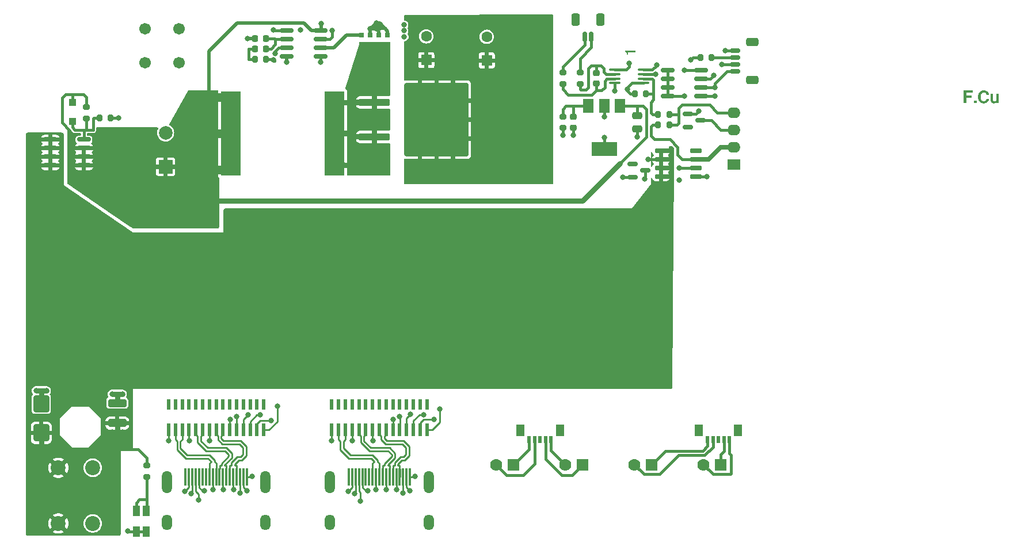
<source format=gbr>
%TF.GenerationSoftware,KiCad,Pcbnew,7.0.9-7.0.9~ubuntu22.04.1*%
%TF.CreationDate,2023-12-27T17:21:17-08:00*%
%TF.ProjectId,NX-J401-Adapter,4e582d4a-3430-4312-9d41-646170746572,1*%
%TF.SameCoordinates,Original*%
%TF.FileFunction,Copper,L1,Top*%
%TF.FilePolarity,Positive*%
%FSLAX46Y46*%
G04 Gerber Fmt 4.6, Leading zero omitted, Abs format (unit mm)*
G04 Created by KiCad (PCBNEW 7.0.9-7.0.9~ubuntu22.04.1) date 2023-12-27 17:21:17*
%MOMM*%
%LPD*%
G01*
G04 APERTURE LIST*
G04 Aperture macros list*
%AMRoundRect*
0 Rectangle with rounded corners*
0 $1 Rounding radius*
0 $2 $3 $4 $5 $6 $7 $8 $9 X,Y pos of 4 corners*
0 Add a 4 corners polygon primitive as box body*
4,1,4,$2,$3,$4,$5,$6,$7,$8,$9,$2,$3,0*
0 Add four circle primitives for the rounded corners*
1,1,$1+$1,$2,$3*
1,1,$1+$1,$4,$5*
1,1,$1+$1,$6,$7*
1,1,$1+$1,$8,$9*
0 Add four rect primitives between the rounded corners*
20,1,$1+$1,$2,$3,$4,$5,0*
20,1,$1+$1,$4,$5,$6,$7,0*
20,1,$1+$1,$6,$7,$8,$9,0*
20,1,$1+$1,$8,$9,$2,$3,0*%
%AMFreePoly0*
4,1,18,2.145000,-2.250000,-2.145000,-2.250000,-2.805000,-2.250000,-2.805000,-1.590000,-2.145000,-1.590000,-2.145000,-0.970000,-2.805000,-0.970000,-2.805000,-0.310000,-2.145000,-0.310000,-2.145000,0.310000,-2.805000,0.310000,-2.805000,0.970000,-2.145000,0.970000,-2.145000,1.590000,-2.805000,1.590000,-2.805000,2.250000,2.145000,2.250000,2.145000,-2.250000,2.145000,-2.250000,$1*%
G04 Aperture macros list end*
%ADD10C,0.300000*%
%TA.AperFunction,NonConductor*%
%ADD11C,0.300000*%
%TD*%
%TA.AperFunction,SMDPad,CuDef*%
%ADD12RoundRect,0.250000X-1.100000X0.325000X-1.100000X-0.325000X1.100000X-0.325000X1.100000X0.325000X0*%
%TD*%
%TA.AperFunction,ComponentPad*%
%ADD13R,1.778000X1.778000*%
%TD*%
%TA.AperFunction,ComponentPad*%
%ADD14C,1.778000*%
%TD*%
%TA.AperFunction,ComponentPad*%
%ADD15R,2.000000X2.000000*%
%TD*%
%TA.AperFunction,ComponentPad*%
%ADD16C,2.000000*%
%TD*%
%TA.AperFunction,ComponentPad*%
%ADD17C,2.200000*%
%TD*%
%TA.AperFunction,SMDPad,CuDef*%
%ADD18RoundRect,0.200000X-0.200000X-0.275000X0.200000X-0.275000X0.200000X0.275000X-0.200000X0.275000X0*%
%TD*%
%TA.AperFunction,SMDPad,CuDef*%
%ADD19RoundRect,0.200000X0.200000X0.275000X-0.200000X0.275000X-0.200000X-0.275000X0.200000X-0.275000X0*%
%TD*%
%TA.AperFunction,SMDPad,CuDef*%
%ADD20RoundRect,0.250000X-0.900000X1.000000X-0.900000X-1.000000X0.900000X-1.000000X0.900000X1.000000X0*%
%TD*%
%TA.AperFunction,SMDPad,CuDef*%
%ADD21RoundRect,0.150000X0.825000X0.150000X-0.825000X0.150000X-0.825000X-0.150000X0.825000X-0.150000X0*%
%TD*%
%TA.AperFunction,SMDPad,CuDef*%
%ADD22RoundRect,0.150000X-0.625000X0.150000X-0.625000X-0.150000X0.625000X-0.150000X0.625000X0.150000X0*%
%TD*%
%TA.AperFunction,SMDPad,CuDef*%
%ADD23RoundRect,0.250000X-0.650000X0.350000X-0.650000X-0.350000X0.650000X-0.350000X0.650000X0.350000X0*%
%TD*%
%TA.AperFunction,SMDPad,CuDef*%
%ADD24RoundRect,0.200000X0.275000X-0.200000X0.275000X0.200000X-0.275000X0.200000X-0.275000X-0.200000X0*%
%TD*%
%TA.AperFunction,ComponentPad*%
%ADD25R,1.600000X1.600000*%
%TD*%
%TA.AperFunction,ComponentPad*%
%ADD26C,1.600000*%
%TD*%
%TA.AperFunction,SMDPad,CuDef*%
%ADD27RoundRect,0.225000X0.225000X0.250000X-0.225000X0.250000X-0.225000X-0.250000X0.225000X-0.250000X0*%
%TD*%
%TA.AperFunction,SMDPad,CuDef*%
%ADD28RoundRect,0.250000X-0.475000X0.250000X-0.475000X-0.250000X0.475000X-0.250000X0.475000X0.250000X0*%
%TD*%
%TA.AperFunction,SMDPad,CuDef*%
%ADD29RoundRect,0.150000X-0.150000X-0.625000X0.150000X-0.625000X0.150000X0.625000X-0.150000X0.625000X0*%
%TD*%
%TA.AperFunction,SMDPad,CuDef*%
%ADD30RoundRect,0.250000X-0.350000X-0.650000X0.350000X-0.650000X0.350000X0.650000X-0.350000X0.650000X0*%
%TD*%
%TA.AperFunction,SMDPad,CuDef*%
%ADD31RoundRect,0.100000X-0.712500X-0.100000X0.712500X-0.100000X0.712500X0.100000X-0.712500X0.100000X0*%
%TD*%
%TA.AperFunction,SMDPad,CuDef*%
%ADD32R,0.508000X1.092200*%
%TD*%
%TA.AperFunction,SMDPad,CuDef*%
%ADD33R,1.193800X1.701800*%
%TD*%
%TA.AperFunction,SMDPad,CuDef*%
%ADD34RoundRect,0.150000X-0.587500X-0.150000X0.587500X-0.150000X0.587500X0.150000X-0.587500X0.150000X0*%
%TD*%
%TA.AperFunction,SMDPad,CuDef*%
%ADD35RoundRect,0.250000X-0.300000X0.300000X-0.300000X-0.300000X0.300000X-0.300000X0.300000X0.300000X0*%
%TD*%
%TA.AperFunction,SMDPad,CuDef*%
%ADD36R,1.500000X2.000000*%
%TD*%
%TA.AperFunction,SMDPad,CuDef*%
%ADD37R,3.800000X2.000000*%
%TD*%
%TA.AperFunction,SMDPad,CuDef*%
%ADD38RoundRect,0.225000X-0.250000X0.225000X-0.250000X-0.225000X0.250000X-0.225000X0.250000X0.225000X0*%
%TD*%
%TA.AperFunction,SMDPad,CuDef*%
%ADD39RoundRect,0.150000X0.725000X0.150000X-0.725000X0.150000X-0.725000X-0.150000X0.725000X-0.150000X0*%
%TD*%
%TA.AperFunction,SMDPad,CuDef*%
%ADD40R,0.660000X0.750000*%
%TD*%
%TA.AperFunction,SMDPad,CuDef*%
%ADD41FreePoly0,90.000000*%
%TD*%
%TA.AperFunction,SMDPad,CuDef*%
%ADD42R,2.895600X12.446000*%
%TD*%
%TA.AperFunction,SMDPad,CuDef*%
%ADD43R,1.090000X1.500000*%
%TD*%
%TA.AperFunction,SMDPad,CuDef*%
%ADD44R,0.300000X2.600000*%
%TD*%
%TA.AperFunction,ComponentPad*%
%ADD45O,1.500000X3.300000*%
%TD*%
%TA.AperFunction,ComponentPad*%
%ADD46O,1.500000X2.300000*%
%TD*%
%TA.AperFunction,SMDPad,CuDef*%
%ADD47RoundRect,0.250000X-2.050000X-0.300000X2.050000X-0.300000X2.050000X0.300000X-2.050000X0.300000X0*%
%TD*%
%TA.AperFunction,SMDPad,CuDef*%
%ADD48RoundRect,0.250000X-2.025000X-2.375000X2.025000X-2.375000X2.025000X2.375000X-2.025000X2.375000X0*%
%TD*%
%TA.AperFunction,SMDPad,CuDef*%
%ADD49RoundRect,0.250002X-4.449998X-5.149998X4.449998X-5.149998X4.449998X5.149998X-4.449998X5.149998X0*%
%TD*%
%TA.AperFunction,SMDPad,CuDef*%
%ADD50R,0.600000X1.850000*%
%TD*%
%TA.AperFunction,SMDPad,CuDef*%
%ADD51R,0.600000X1.650000*%
%TD*%
%TA.AperFunction,SMDPad,CuDef*%
%ADD52RoundRect,0.150000X-0.825000X-0.150000X0.825000X-0.150000X0.825000X0.150000X-0.825000X0.150000X0*%
%TD*%
%TA.AperFunction,ComponentPad*%
%ADD53C,1.701800*%
%TD*%
%TA.AperFunction,ComponentPad*%
%ADD54R,1.905000X1.600200*%
%TD*%
%TA.AperFunction,ComponentPad*%
%ADD55O,1.905000X1.600200*%
%TD*%
%TA.AperFunction,ViaPad*%
%ADD56C,0.812800*%
%TD*%
%TA.AperFunction,Conductor*%
%ADD57C,0.381000*%
%TD*%
%TA.AperFunction,Conductor*%
%ADD58C,0.762000*%
%TD*%
%TA.AperFunction,Conductor*%
%ADD59C,0.508000*%
%TD*%
%TA.AperFunction,Conductor*%
%ADD60C,0.254000*%
%TD*%
%TA.AperFunction,Conductor*%
%ADD61C,1.270000*%
%TD*%
%TA.AperFunction,Conductor*%
%ADD62C,0.283210*%
%TD*%
%TA.AperFunction,Conductor*%
%ADD63C,0.635000*%
%TD*%
G04 APERTURE END LIST*
D10*
D11*
G36*
X309608951Y-86873714D02*
G01*
X309608951Y-87232385D01*
X309412946Y-87232385D01*
X309412685Y-87208424D01*
X309411899Y-87185087D01*
X309410589Y-87162371D01*
X309408756Y-87140278D01*
X309406399Y-87118808D01*
X309403518Y-87097961D01*
X309400114Y-87077735D01*
X309396185Y-87058133D01*
X309391733Y-87039153D01*
X309386757Y-87020795D01*
X309381257Y-87003060D01*
X309375234Y-86985947D01*
X309368687Y-86969458D01*
X309361615Y-86953590D01*
X309354020Y-86938345D01*
X309345902Y-86923723D01*
X309337259Y-86909723D01*
X309328093Y-86896346D01*
X309318403Y-86883591D01*
X309308189Y-86871459D01*
X309297452Y-86859949D01*
X309286190Y-86849062D01*
X309274405Y-86838797D01*
X309262096Y-86829155D01*
X309249263Y-86820135D01*
X309235907Y-86811738D01*
X309222026Y-86803964D01*
X309207622Y-86796812D01*
X309192694Y-86790282D01*
X309177243Y-86784376D01*
X309161267Y-86779091D01*
X309144768Y-86774429D01*
X309144768Y-86578424D01*
X310641000Y-86578424D01*
X310641000Y-86873714D01*
X309608951Y-86873714D01*
G37*
D10*
D11*
G36*
X359350399Y-93527157D02*
G01*
X359350399Y-94312741D01*
X358975195Y-94312741D01*
X358975195Y-92489267D01*
X360255839Y-92489267D01*
X360255839Y-92801937D01*
X359350399Y-92801937D01*
X359350399Y-93214487D01*
X360148142Y-93214487D01*
X360148142Y-93527157D01*
X359350399Y-93527157D01*
G37*
G36*
X360847306Y-93947525D02*
G01*
X360847306Y-94312741D01*
X360472102Y-94312741D01*
X360472102Y-93947525D01*
X360847306Y-93947525D01*
G37*
G36*
X362307301Y-93107224D02*
G01*
X362302660Y-93087053D01*
X362297532Y-93067521D01*
X362291916Y-93048630D01*
X362285812Y-93030380D01*
X362279220Y-93012770D01*
X362272141Y-92995800D01*
X362264574Y-92979471D01*
X362256519Y-92963781D01*
X362238947Y-92934324D01*
X362219424Y-92907429D01*
X362197950Y-92883095D01*
X362174525Y-92861322D01*
X362149149Y-92842111D01*
X362121823Y-92825462D01*
X362092546Y-92811374D01*
X362061318Y-92799847D01*
X362028139Y-92790882D01*
X362010818Y-92787360D01*
X361993009Y-92784478D01*
X361974713Y-92782237D01*
X361955929Y-92780636D01*
X361936657Y-92779675D01*
X361916898Y-92779355D01*
X361889432Y-92780020D01*
X361862730Y-92782015D01*
X361836792Y-92785340D01*
X361811616Y-92789995D01*
X361787204Y-92795979D01*
X361763555Y-92803294D01*
X361740670Y-92811938D01*
X361718548Y-92821913D01*
X361697189Y-92833217D01*
X361676594Y-92845852D01*
X361656762Y-92859816D01*
X361637693Y-92875110D01*
X361619388Y-92891734D01*
X361601846Y-92909689D01*
X361585068Y-92928973D01*
X361569053Y-92949586D01*
X361553908Y-92971330D01*
X361539740Y-92994112D01*
X361526549Y-93017932D01*
X361514335Y-93042790D01*
X361503099Y-93068687D01*
X361492839Y-93095621D01*
X361483557Y-93123594D01*
X361475252Y-93152605D01*
X361467923Y-93182654D01*
X361461572Y-93213741D01*
X361456198Y-93245866D01*
X361451801Y-93279030D01*
X361448382Y-93313232D01*
X361447038Y-93330722D01*
X361445939Y-93348471D01*
X361445084Y-93366481D01*
X361444473Y-93384749D01*
X361444107Y-93403278D01*
X361443985Y-93422065D01*
X361444103Y-93440557D01*
X361444458Y-93458795D01*
X361445050Y-93476778D01*
X361445878Y-93494506D01*
X361446943Y-93511980D01*
X361449782Y-93546165D01*
X361453569Y-93579332D01*
X361458301Y-93611481D01*
X361463981Y-93642612D01*
X361470607Y-93672726D01*
X361478179Y-93701821D01*
X361486698Y-93729899D01*
X361496164Y-93756959D01*
X361506576Y-93783001D01*
X361517935Y-93808026D01*
X361530240Y-93832033D01*
X361543492Y-93855021D01*
X361557690Y-93876992D01*
X361565144Y-93887596D01*
X361580718Y-93907895D01*
X361597042Y-93926884D01*
X361614116Y-93944563D01*
X361631939Y-93960933D01*
X361650513Y-93975993D01*
X361669836Y-93989743D01*
X361689909Y-94002184D01*
X361710731Y-94013316D01*
X361732304Y-94023137D01*
X361754626Y-94031650D01*
X361777698Y-94038852D01*
X361801520Y-94044745D01*
X361826091Y-94049329D01*
X361851412Y-94052603D01*
X361877483Y-94054567D01*
X361904304Y-94055222D01*
X361925907Y-94054851D01*
X361946964Y-94053736D01*
X361967474Y-94051879D01*
X361987439Y-94049278D01*
X362006857Y-94045935D01*
X362025729Y-94041848D01*
X362044054Y-94037019D01*
X362061834Y-94031446D01*
X362079067Y-94025131D01*
X362095754Y-94018072D01*
X362111894Y-94010271D01*
X362127489Y-94001726D01*
X362142537Y-93992439D01*
X362157039Y-93982408D01*
X362170995Y-93971635D01*
X362184404Y-93960118D01*
X362197200Y-93947918D01*
X362209314Y-93935094D01*
X362220745Y-93921645D01*
X362231495Y-93907572D01*
X362241563Y-93892875D01*
X362250949Y-93877554D01*
X362259653Y-93861608D01*
X362267675Y-93845038D01*
X362275015Y-93827844D01*
X362281673Y-93810026D01*
X362287649Y-93791583D01*
X362292943Y-93772516D01*
X362297556Y-93752825D01*
X362301486Y-93732510D01*
X362304735Y-93711570D01*
X362307301Y-93690006D01*
X362672517Y-93690006D01*
X362671216Y-93709422D01*
X362669540Y-93728586D01*
X362667488Y-93747498D01*
X362665060Y-93766158D01*
X362662256Y-93784567D01*
X362659077Y-93802723D01*
X362655522Y-93820628D01*
X362651591Y-93838280D01*
X362647284Y-93855681D01*
X362642602Y-93872830D01*
X362637544Y-93889726D01*
X362632110Y-93906371D01*
X362626301Y-93922764D01*
X362613554Y-93954795D01*
X362599305Y-93985817D01*
X362583553Y-94015833D01*
X362566297Y-94044840D01*
X362547539Y-94072840D01*
X362527278Y-94099832D01*
X362505514Y-94125817D01*
X362482247Y-94150794D01*
X362457477Y-94174763D01*
X362444528Y-94186370D01*
X362431291Y-94197671D01*
X362417799Y-94208614D01*
X362390049Y-94229423D01*
X362361277Y-94248797D01*
X362346508Y-94257946D01*
X362331484Y-94266736D01*
X362316205Y-94275167D01*
X362300670Y-94283239D01*
X362284880Y-94290953D01*
X362268835Y-94298308D01*
X362252534Y-94305304D01*
X362235978Y-94311942D01*
X362219167Y-94318220D01*
X362202101Y-94324140D01*
X362184779Y-94329701D01*
X362167202Y-94334903D01*
X362149369Y-94339747D01*
X362131282Y-94344231D01*
X362112939Y-94348357D01*
X362094341Y-94352124D01*
X362075487Y-94355533D01*
X362056378Y-94358582D01*
X362037014Y-94361273D01*
X362017394Y-94363605D01*
X361997520Y-94365579D01*
X361977390Y-94367193D01*
X361957004Y-94368449D01*
X361936363Y-94369346D01*
X361915468Y-94369884D01*
X361894316Y-94370063D01*
X361870721Y-94369813D01*
X361847433Y-94369062D01*
X361824452Y-94367811D01*
X361801777Y-94366060D01*
X361779410Y-94363808D01*
X361757350Y-94361056D01*
X361735597Y-94357803D01*
X361714151Y-94354050D01*
X361693012Y-94349796D01*
X361672180Y-94345042D01*
X361651655Y-94339788D01*
X361631437Y-94334033D01*
X361611527Y-94327778D01*
X361591923Y-94321022D01*
X361572626Y-94313766D01*
X361553636Y-94306009D01*
X361534954Y-94297752D01*
X361516578Y-94288995D01*
X361498509Y-94279737D01*
X361480748Y-94269979D01*
X361463293Y-94259720D01*
X361446146Y-94248961D01*
X361429305Y-94237702D01*
X361412772Y-94225942D01*
X361396546Y-94213682D01*
X361380626Y-94200921D01*
X361365014Y-94187660D01*
X361349709Y-94173898D01*
X361334711Y-94159636D01*
X361320019Y-94144874D01*
X361305635Y-94129611D01*
X361291558Y-94113848D01*
X361277852Y-94097654D01*
X361264581Y-94081101D01*
X361251745Y-94064189D01*
X361239345Y-94046917D01*
X361227379Y-94029285D01*
X361215849Y-94011294D01*
X361204753Y-93992943D01*
X361194093Y-93974232D01*
X361183868Y-93955162D01*
X361174078Y-93935732D01*
X361164723Y-93915942D01*
X361155803Y-93895793D01*
X361147319Y-93875284D01*
X361139269Y-93854416D01*
X361131654Y-93833188D01*
X361124475Y-93811600D01*
X361117731Y-93789653D01*
X361111422Y-93767346D01*
X361105548Y-93744679D01*
X361100109Y-93721653D01*
X361095105Y-93698267D01*
X361090536Y-93674522D01*
X361086403Y-93650417D01*
X361082704Y-93625952D01*
X361079441Y-93601128D01*
X361076613Y-93575944D01*
X361074220Y-93550401D01*
X361072262Y-93524497D01*
X361070739Y-93498235D01*
X361069651Y-93471612D01*
X361068998Y-93444630D01*
X361068781Y-93417289D01*
X361069000Y-93389785D01*
X361069660Y-93362644D01*
X361070758Y-93335865D01*
X361072296Y-93309449D01*
X361074273Y-93283394D01*
X361076689Y-93257702D01*
X361079545Y-93232372D01*
X361082840Y-93207403D01*
X361086575Y-93182798D01*
X361090748Y-93158554D01*
X361095362Y-93134672D01*
X361100414Y-93111153D01*
X361105906Y-93087996D01*
X361111837Y-93065201D01*
X361118208Y-93042768D01*
X361125018Y-93020697D01*
X361132267Y-92998989D01*
X361139956Y-92977642D01*
X361148084Y-92956658D01*
X361156651Y-92936036D01*
X361165658Y-92915776D01*
X361175104Y-92895879D01*
X361184990Y-92876343D01*
X361195314Y-92857170D01*
X361206079Y-92838359D01*
X361217282Y-92819910D01*
X361228925Y-92801823D01*
X361241007Y-92784098D01*
X361253529Y-92766736D01*
X361266490Y-92749735D01*
X361279890Y-92733097D01*
X361293729Y-92716821D01*
X361307972Y-92700978D01*
X361322527Y-92685637D01*
X361337393Y-92670800D01*
X361352572Y-92656465D01*
X361368063Y-92642634D01*
X361383866Y-92629305D01*
X361399982Y-92616479D01*
X361416409Y-92604157D01*
X361433148Y-92592337D01*
X361450200Y-92581020D01*
X361467564Y-92570207D01*
X361485240Y-92559896D01*
X361503228Y-92550088D01*
X361521528Y-92540783D01*
X361540140Y-92531981D01*
X361559065Y-92523682D01*
X361578301Y-92515886D01*
X361597850Y-92508593D01*
X361617711Y-92501803D01*
X361637883Y-92495516D01*
X361658369Y-92489732D01*
X361679166Y-92484451D01*
X361700275Y-92479673D01*
X361721696Y-92475398D01*
X361743430Y-92471625D01*
X361765476Y-92468356D01*
X361787833Y-92465590D01*
X361810503Y-92463326D01*
X361833485Y-92461566D01*
X361856780Y-92460309D01*
X361880386Y-92459554D01*
X361904304Y-92459303D01*
X361924357Y-92459471D01*
X361944182Y-92459978D01*
X361963780Y-92460822D01*
X361983150Y-92462003D01*
X362002294Y-92463522D01*
X362021209Y-92465379D01*
X362039898Y-92467573D01*
X362058359Y-92470105D01*
X362076593Y-92472974D01*
X362094600Y-92476181D01*
X362112379Y-92479726D01*
X362129931Y-92483608D01*
X362147256Y-92487828D01*
X362164354Y-92492385D01*
X362181224Y-92497280D01*
X362197867Y-92502512D01*
X362230470Y-92513989D01*
X362262165Y-92526817D01*
X362292950Y-92540995D01*
X362322826Y-92556523D01*
X362351793Y-92573402D01*
X362379850Y-92591631D01*
X362406999Y-92611210D01*
X362433238Y-92632140D01*
X362458366Y-92654199D01*
X362482072Y-92677276D01*
X362504357Y-92701371D01*
X362525220Y-92726483D01*
X362544662Y-92752614D01*
X362562682Y-92779762D01*
X362579281Y-92807928D01*
X362594458Y-92837112D01*
X362608214Y-92867314D01*
X362620548Y-92898533D01*
X362631460Y-92930771D01*
X362640951Y-92964026D01*
X362645164Y-92981035D01*
X362649021Y-92998299D01*
X362652523Y-93015817D01*
X362655669Y-93033589D01*
X362658460Y-93051616D01*
X362660895Y-93069898D01*
X362662975Y-93088434D01*
X362664700Y-93107224D01*
X362307301Y-93107224D01*
G37*
G36*
X364133815Y-94312741D02*
G01*
X363783798Y-94312741D01*
X363783798Y-94152497D01*
X363765218Y-94178843D01*
X363745739Y-94203489D01*
X363725361Y-94226436D01*
X363704083Y-94247682D01*
X363681907Y-94267229D01*
X363658832Y-94285077D01*
X363634857Y-94301224D01*
X363609984Y-94315672D01*
X363584211Y-94328420D01*
X363557540Y-94339468D01*
X363529969Y-94348817D01*
X363501499Y-94356465D01*
X363472131Y-94362415D01*
X363441863Y-94366664D01*
X363410696Y-94369213D01*
X363378630Y-94370063D01*
X363352135Y-94369585D01*
X363326389Y-94368150D01*
X363301394Y-94365758D01*
X363277148Y-94362409D01*
X363253652Y-94358104D01*
X363230906Y-94352842D01*
X363208909Y-94346623D01*
X363187662Y-94339448D01*
X363167165Y-94331315D01*
X363147418Y-94322226D01*
X363128421Y-94312181D01*
X363110173Y-94301178D01*
X363092676Y-94289219D01*
X363075928Y-94276303D01*
X363059929Y-94262430D01*
X363044681Y-94247601D01*
X363030272Y-94231901D01*
X363016793Y-94215418D01*
X363004244Y-94198151D01*
X362992624Y-94180100D01*
X362981933Y-94161266D01*
X362972173Y-94141647D01*
X362963341Y-94121245D01*
X362955440Y-94100060D01*
X362948468Y-94078090D01*
X362942425Y-94055337D01*
X362937313Y-94031801D01*
X362933129Y-94007480D01*
X362929876Y-93982376D01*
X362927552Y-93956488D01*
X362926158Y-93929817D01*
X362925693Y-93902361D01*
X362925693Y-92962180D01*
X363276144Y-92962180D01*
X363276144Y-93829839D01*
X363277022Y-93859235D01*
X363279658Y-93886735D01*
X363284052Y-93912337D01*
X363290203Y-93936044D01*
X363298111Y-93957854D01*
X363307777Y-93977767D01*
X363319200Y-93995784D01*
X363332381Y-94011904D01*
X363347319Y-94026128D01*
X363364014Y-94038455D01*
X363382467Y-94048886D01*
X363402677Y-94057421D01*
X363424645Y-94064058D01*
X363448370Y-94068800D01*
X363473852Y-94071644D01*
X363501092Y-94072593D01*
X363524588Y-94071955D01*
X363547199Y-94070043D01*
X363568924Y-94066856D01*
X363589763Y-94062394D01*
X363609718Y-94056658D01*
X363628786Y-94049646D01*
X363646969Y-94041360D01*
X363664267Y-94031799D01*
X363680679Y-94020963D01*
X363696206Y-94008853D01*
X363706065Y-94000071D01*
X363719957Y-93986053D01*
X363732482Y-93971195D01*
X363743641Y-93955498D01*
X363753433Y-93938962D01*
X363761860Y-93921585D01*
X363768919Y-93903369D01*
X363774613Y-93884313D01*
X363778940Y-93864417D01*
X363781900Y-93843682D01*
X363783494Y-93822107D01*
X363783798Y-93807257D01*
X363783798Y-92962180D01*
X364133815Y-92962180D01*
X364133815Y-94312741D01*
G37*
D12*
%TO.P,C9,1*%
%TO.N,GND*%
X234442000Y-138479000D03*
%TO.P,C9,2*%
%TO.N,/Power Supply/V_{BAT}*%
X234442000Y-141429000D03*
%TD*%
D13*
%TO.P,J10,1,Pin_1*%
%TO.N,/CAN_FD_DC2_L*%
X302895000Y-147574000D03*
D14*
%TO.P,J10,2,Pin_2*%
%TO.N,/CAN_FD_DC2_H*%
X300355000Y-147574000D03*
%TD*%
D15*
%TO.P,C8,1*%
%TO.N,/Power Supply/V_IN*%
X241554000Y-103713677D03*
D16*
%TO.P,C8,2*%
%TO.N,GND*%
X241554000Y-98713677D03*
%TD*%
D17*
%TO.P,J13,1,Pin_1*%
%TO.N,/Power Supply/V_{BAT}*%
X225774000Y-148004000D03*
X225774000Y-156204000D03*
%TO.P,J13,2,Pin_2*%
%TO.N,GND*%
X230854000Y-148004000D03*
X230854000Y-156204000D03*
%TD*%
D18*
%TO.P,R5,1*%
%TO.N,GND*%
X310579000Y-92964000D03*
%TO.P,R5,2*%
%TO.N,Net-(U2-~{ALERT}{slash}TACH)*%
X312229000Y-92964000D03*
%TD*%
D19*
%TO.P,R2,1*%
%TO.N,Net-(J3-Pin_2)*%
X321881000Y-87630000D03*
%TO.P,R2,2*%
%TO.N,+3V3*%
X320231000Y-87630000D03*
%TD*%
D20*
%TO.P,D5,1,A1*%
%TO.N,GND*%
X223266000Y-138566000D03*
%TO.P,D5,2,A2*%
%TO.N,/Power Supply/V_{BAT}*%
X223266000Y-142866000D03*
%TD*%
D21*
%TO.P,Q2,1,S*%
%TO.N,/Power Supply/V_IN*%
X229551000Y-103505000D03*
%TO.P,Q2,2,S*%
X229551000Y-102235000D03*
%TO.P,Q2,3,S*%
X229551000Y-100965000D03*
%TO.P,Q2,4,G*%
%TO.N,Net-(D1-A)*%
X229551000Y-99695000D03*
%TO.P,Q2,5,D*%
%TO.N,/Power Supply/V_{BAT}*%
X224601000Y-99695000D03*
%TO.P,Q2,6,D*%
X224601000Y-100965000D03*
%TO.P,Q2,7,D*%
X224601000Y-102235000D03*
%TO.P,Q2,8,D*%
X224601000Y-103505000D03*
%TD*%
D22*
%TO.P,J3,1,Pin_1*%
%TO.N,GND*%
X325319000Y-86638000D03*
%TO.P,J3,2,Pin_2*%
%TO.N,Net-(J3-Pin_2)*%
X325319000Y-87638000D03*
%TO.P,J3,3,Pin_3*%
%TO.N,/Fan Control/I2C_SDA*%
X325319000Y-88638000D03*
%TO.P,J3,4,Pin_4*%
%TO.N,/Fan Control/I2C_SCL*%
X325319000Y-89638000D03*
D23*
%TO.P,J3,MP*%
%TO.N,N/C*%
X327844000Y-85338000D03*
X327844000Y-90938000D03*
%TD*%
D24*
%TO.P,R9,1*%
%TO.N,+3V3*%
X299974000Y-97980000D03*
%TO.P,R9,2*%
%TO.N,Net-(U4-OUT)*%
X299974000Y-96330000D03*
%TD*%
D25*
%TO.P,C3,1*%
%TO.N,/Power Supply/+18V*%
X279908000Y-88012651D03*
D26*
%TO.P,C3,2*%
%TO.N,GND*%
X279908000Y-84512651D03*
%TD*%
D27*
%TO.P,C1,1*%
%TO.N,Net-(U1-COMP)*%
X256299000Y-84836000D03*
%TO.P,C1,2*%
%TO.N,GND*%
X254749000Y-84836000D03*
%TD*%
D28*
%TO.P,C7,1*%
%TO.N,/Power Supply/V_IN*%
X310896000Y-96205000D03*
%TO.P,C7,2*%
%TO.N,GND*%
X310896000Y-98105000D03*
%TD*%
D19*
%TO.P,R7,1*%
%TO.N,/FAN_TACH*%
X315658000Y-96012000D03*
%TO.P,R7,2*%
%TO.N,Net-(U2-~{ALERT}{slash}TACH)*%
X314008000Y-96012000D03*
%TD*%
D29*
%TO.P,J1,1,Pin_1*%
%TO.N,/Fan Control/TMP_DN*%
X303182400Y-84586200D03*
%TO.P,J1,2,Pin_2*%
%TO.N,/Fan Control/TMP_DP*%
X304182400Y-84586200D03*
D30*
%TO.P,J1,MP*%
%TO.N,N/C*%
X301882400Y-82061200D03*
X305482400Y-82061200D03*
%TD*%
D13*
%TO.P,J9,1,Pin_1*%
%TO.N,/CAN_FD2_L*%
X292735000Y-147574000D03*
D14*
%TO.P,J9,2,Pin_2*%
%TO.N,/CAN_FD2_H*%
X290195000Y-147574000D03*
%TD*%
D19*
%TO.P,R1,1*%
%TO.N,GND*%
X256349000Y-87884000D03*
%TO.P,R1,2*%
%TO.N,Net-(C2-Pad2)*%
X254699000Y-87884000D03*
%TD*%
D31*
%TO.P,U2,1,VDD*%
%TO.N,+3V3*%
X307640500Y-89449000D03*
%TO.P,U2,2,DP*%
%TO.N,Net-(U2-DP)*%
X307640500Y-90099000D03*
%TO.P,U2,3,DN*%
%TO.N,Net-(U2-DN)*%
X307640500Y-90749000D03*
%TO.P,U2,4,FAN*%
%TO.N,/FAN_PWM*%
X307640500Y-91399000D03*
%TO.P,U2,5,GND*%
%TO.N,GND*%
X311865500Y-91399000D03*
%TO.P,U2,6,~{ALERT}/TACH*%
%TO.N,Net-(U2-~{ALERT}{slash}TACH)*%
X311865500Y-90749000D03*
%TO.P,U2,7,SMDATA*%
%TO.N,/Fan Control/I2C_SDA*%
X311865500Y-90099000D03*
%TO.P,U2,8,SMCLK*%
%TO.N,/Fan Control/I2C_SCL*%
X311865500Y-89449000D03*
%TD*%
D27*
%TO.P,C2,1*%
%TO.N,Net-(U1-COMP)*%
X256299000Y-86360000D03*
%TO.P,C2,2*%
%TO.N,Net-(C2-Pad2)*%
X254749000Y-86360000D03*
%TD*%
D32*
%TO.P,J8,1,Pin_1*%
%TO.N,/CAN_FD_DC1_H*%
X324484799Y-143889300D03*
%TO.P,J8,2,Pin_2*%
%TO.N,/CAN_FD_DC1_L*%
X323684801Y-143889300D03*
%TO.P,J8,3,Pin_3*%
%TO.N,unconnected-(J8-Pin_3-Pad3)*%
X322884800Y-143889300D03*
%TO.P,J8,4,Pin_4*%
%TO.N,/CAN_FD1_H*%
X322084799Y-143889300D03*
%TO.P,J8,5,Pin_5*%
%TO.N,/CAN_FD1_L*%
X321284801Y-143889300D03*
D33*
%TO.P,J8,6*%
%TO.N,N/C*%
X325784799Y-142489300D03*
%TO.P,J8,7*%
X319984801Y-142489300D03*
%TD*%
D34*
%TO.P,D3,1,A*%
%TO.N,GND*%
X318340500Y-95951000D03*
%TO.P,D3,2*%
%TO.N,N/C*%
X318340500Y-97851000D03*
%TO.P,D3,3,K*%
%TO.N,/FAN_PWM*%
X320215500Y-96901000D03*
%TD*%
D35*
%TO.P,D1,1,K*%
%TO.N,/Power Supply/V_IN*%
X227838000Y-94231000D03*
%TO.P,D1,2,A*%
%TO.N,Net-(D1-A)*%
X227838000Y-97031000D03*
%TD*%
D36*
%TO.P,U4,1,IN*%
%TO.N,/Power Supply/V_IN*%
X308370000Y-94767000D03*
%TO.P,U4,2,GND*%
%TO.N,GND*%
X306070000Y-94767000D03*
D37*
X306070000Y-101067000D03*
D36*
%TO.P,U4,3,OUT*%
%TO.N,Net-(U4-OUT)*%
X303770000Y-94767000D03*
%TD*%
D38*
%TO.P,C6,1*%
%TO.N,Net-(U4-OUT)*%
X301498000Y-96380000D03*
%TO.P,C6,2*%
%TO.N,GND*%
X301498000Y-97930000D03*
%TD*%
D39*
%TO.P,U5,1,GND*%
%TO.N,Net-(U5-GND)*%
X319567000Y-105156000D03*
%TO.P,U5,2,IN*%
%TO.N,Net-(U5-IN)*%
X319567000Y-103886000D03*
%TO.P,U5,3,OUT*%
%TO.N,/FAN_PWR*%
X319567000Y-102616000D03*
%TO.P,U5,4,NC*%
%TO.N,unconnected-(U5-NC-Pad4)*%
X319567000Y-101346000D03*
%TO.P,U5,5,Vbb*%
%TO.N,/Power Supply/V_{BAT}*%
X314417000Y-101346000D03*
%TO.P,U5,6,Vbb*%
X314417000Y-102616000D03*
%TO.P,U5,7,Vbb*%
X314417000Y-103886000D03*
%TO.P,U5,8,Vbb*%
X314417000Y-105156000D03*
%TD*%
D40*
%TO.P,Q1,1,S*%
%TO.N,Net-(Q1-S-Pad1)*%
X274208000Y-84372000D03*
%TO.P,Q1,2,S*%
X272928000Y-84372000D03*
%TO.P,Q1,3,S*%
X271648000Y-84372000D03*
%TO.P,Q1,4,G*%
%TO.N,Net-(Q1-G)*%
X270368000Y-84372000D03*
D41*
%TO.P,Q1,5,D*%
%TO.N,/Power Supply/SW*%
X272288000Y-87442000D03*
%TD*%
D25*
%TO.P,C4,1*%
%TO.N,/Power Supply/+18V*%
X288798000Y-88082000D03*
D26*
%TO.P,C4,2*%
%TO.N,GND*%
X288798000Y-84582000D03*
%TD*%
D42*
%TO.P,L1,1,1*%
%TO.N,/Power Supply/V_IN*%
X251142500Y-98806000D03*
%TO.P,L1,2,2*%
%TO.N,/Power Supply/SW*%
X266433300Y-98806000D03*
%TD*%
D43*
%TO.P,D6,1,Red-K*%
%TO.N,Net-(D6A-Red-K)*%
X238748000Y-154361800D03*
%TO.P,D6,2,RedA*%
%TO.N,GND*%
X238748000Y-157361800D03*
%TO.P,D6,3,Green-A*%
%TO.N,Net-(D6A-Red-K)*%
X237248000Y-154361800D03*
%TO.P,D6,4,Green-K*%
%TO.N,GND*%
X237248000Y-157361800D03*
%TD*%
D24*
%TO.P,R6,1*%
%TO.N,Net-(D1-A)*%
X229870000Y-96583000D03*
%TO.P,R6,2*%
%TO.N,/Power Supply/V_IN*%
X229870000Y-94933000D03*
%TD*%
D13*
%TO.P,J11,1,Pin_1*%
%TO.N,/CAN_FD1_L*%
X313055000Y-147574000D03*
D14*
%TO.P,J11,2,Pin_2*%
%TO.N,/CAN_FD1_H*%
X310515000Y-147574000D03*
%TD*%
D44*
%TO.P,J14,1,D2+*%
%TO.N,/MIPI-HDMI-1/CAM_MCLK*%
X253500000Y-149315000D03*
%TO.P,J14,2,D2S*%
%TO.N,/MIPI-HDMI-1/GND_MIPI*%
X253000000Y-149315000D03*
%TO.P,J14,3,D2-*%
%TO.N,/MIPI-HDMI-1/PWR_DN_LS*%
X252500000Y-149315000D03*
%TO.P,J14,4,D1+*%
%TO.N,/MIPI-HDMI-1/CAM_CK_P*%
X252000000Y-149315000D03*
%TO.P,J14,5,D1S*%
%TO.N,/MIPI-HDMI-1/GND_MIPI*%
X251500000Y-149315000D03*
%TO.P,J14,6,D1-*%
%TO.N,/MIPI-HDMI-1/CAM_CK_N*%
X251000000Y-149315000D03*
%TO.P,J14,7,D0+*%
%TO.N,/MIPI-HDMI-1/CAM_D1_P*%
X250500000Y-149315000D03*
%TO.P,J14,8,D0S*%
%TO.N,/MIPI-HDMI-1/GND_MIPI*%
X250000000Y-149315000D03*
%TO.P,J14,9,D0-*%
%TO.N,/MIPI-HDMI-1/CAM_D1_N*%
X249500000Y-149315000D03*
%TO.P,J14,10,CK+*%
%TO.N,/MIPI-HDMI-1/CAM_D0_P*%
X249000000Y-149315000D03*
%TO.P,J14,11,CKS*%
%TO.N,/MIPI-HDMI-1/GND_MIPI*%
X248500000Y-149315000D03*
%TO.P,J14,12,CK-*%
%TO.N,/MIPI-HDMI-1/CAM_D0_N*%
X248000000Y-149315000D03*
%TO.P,J14,13,CEC*%
%TO.N,unconnected-(J14-CEC-Pad13)*%
X247500000Y-149315000D03*
%TO.P,J14,14,UTILITY*%
%TO.N,unconnected-(J14-UTILITY-Pad14)*%
X247000000Y-149315000D03*
%TO.P,J14,15,SCL*%
%TO.N,/MIPI-HDMI-1/CAM_SCL*%
X246500000Y-149315000D03*
%TO.P,J14,16,SDA*%
%TO.N,/MIPI-HDMI-1/CAM_SDA*%
X246000000Y-149315000D03*
%TO.P,J14,17,GND*%
%TO.N,/MIPI-HDMI-1/GND_MIPI*%
X245500000Y-149315000D03*
%TO.P,J14,18,+5V*%
%TO.N,/MIPI-HDMI-1/CAM_3V3*%
X245000000Y-149315000D03*
%TO.P,J14,19,HPD*%
%TO.N,unconnected-(J14-HPD-Pad19)*%
X244500000Y-149315000D03*
D45*
%TO.P,J14,SH,SH*%
%TO.N,/MIPI-HDMI-1/GND_MIPI*%
X256250000Y-150075000D03*
X241750000Y-150075000D03*
D46*
X256250000Y-156035000D03*
X241750000Y-156035000D03*
%TD*%
D47*
%TO.P,D2,1,A*%
%TO.N,/Power Supply/SW*%
X272258000Y-94234000D03*
D48*
%TO.P,D2,2,K*%
%TO.N,/Power Supply/+18V*%
X278983000Y-93999000D03*
X278983000Y-99549000D03*
D49*
X281408000Y-96774000D03*
D48*
X283833000Y-93999000D03*
X283833000Y-99549000D03*
D47*
%TO.P,D2,3,A*%
%TO.N,/Power Supply/SW*%
X272258000Y-99314000D03*
%TD*%
D50*
%TO.P,J5,1,Pin_1*%
%TO.N,/MIPI-HDMI-1/GND_MIPI*%
X242000000Y-142430000D03*
D51*
%TO.P,J5,1_1*%
%TO.N,N/C*%
X242000000Y-138680000D03*
D50*
%TO.P,J5,2,Pin_2*%
%TO.N,/MIPI-HDMI-1/CAM_D0_N*%
X243000000Y-142430000D03*
D51*
%TO.P,J5,2_1*%
%TO.N,N/C*%
X243000000Y-138680000D03*
D50*
%TO.P,J5,3,Pin_3*%
%TO.N,/MIPI-HDMI-1/CAM_D0_P*%
X244000000Y-142430000D03*
D51*
%TO.P,J5,3_1*%
%TO.N,N/C*%
X244000000Y-138680000D03*
D50*
%TO.P,J5,4,Pin_4*%
%TO.N,/MIPI-HDMI-1/GND_MIPI*%
X245000000Y-142430000D03*
D51*
%TO.P,J5,4_1*%
%TO.N,N/C*%
X245000000Y-138680000D03*
D50*
%TO.P,J5,5,Pin_5*%
%TO.N,/MIPI-HDMI-1/CAM_D1_N*%
X246000000Y-142430000D03*
D51*
%TO.P,J5,5_1*%
%TO.N,N/C*%
X246000000Y-138680000D03*
D50*
%TO.P,J5,6,Pin_6*%
%TO.N,/MIPI-HDMI-1/CAM_D1_P*%
X247000000Y-142430000D03*
D51*
%TO.P,J5,6_1*%
%TO.N,N/C*%
X247000000Y-138680000D03*
D50*
%TO.P,J5,7,Pin_7*%
%TO.N,/MIPI-HDMI-1/GND_MIPI*%
X248000000Y-142430000D03*
D51*
%TO.P,J5,7_1*%
%TO.N,N/C*%
X248000000Y-138680000D03*
D50*
%TO.P,J5,8,Pin_8*%
%TO.N,/MIPI-HDMI-1/CAM_CK_N*%
X249000000Y-142430000D03*
D51*
%TO.P,J5,8_1*%
%TO.N,N/C*%
X249000000Y-138680000D03*
D50*
%TO.P,J5,9,Pin_9*%
%TO.N,/MIPI-HDMI-1/CAM_CK_P*%
X250000000Y-142430000D03*
D51*
%TO.P,J5,9_1*%
%TO.N,N/C*%
X250000000Y-138680000D03*
D50*
%TO.P,J5,10,Pin_10*%
%TO.N,/MIPI-HDMI-1/GND_MIPI*%
X251000000Y-142430000D03*
D51*
%TO.P,J5,10_1*%
%TO.N,N/C*%
X251000000Y-138680000D03*
D50*
%TO.P,J5,11,Pin_11*%
%TO.N,/MIPI-HDMI-1/PWR_DN_LS*%
X252000000Y-142430000D03*
D51*
%TO.P,J5,11_1*%
%TO.N,N/C*%
X252000000Y-138680000D03*
D50*
%TO.P,J5,12,Pin_12*%
%TO.N,/MIPI-HDMI-1/CAM_MCLK*%
X253000000Y-142430000D03*
D51*
%TO.P,J5,12_1*%
%TO.N,N/C*%
X253000000Y-138680000D03*
D50*
%TO.P,J5,13,Pin_13*%
%TO.N,/MIPI-HDMI-1/CAM_SCL*%
X254000000Y-142430000D03*
D51*
%TO.P,J5,13_1*%
%TO.N,N/C*%
X254000000Y-138680000D03*
D50*
%TO.P,J5,14,Pin_14*%
%TO.N,/MIPI-HDMI-1/CAM_SDA*%
X255000000Y-142430000D03*
D51*
%TO.P,J5,14_1*%
%TO.N,N/C*%
X255000000Y-138680000D03*
D50*
%TO.P,J5,15,Pin_15*%
%TO.N,/MIPI-HDMI-1/CAM_3V3*%
X256000000Y-142430000D03*
D51*
%TO.P,J5,15_1*%
%TO.N,N/C*%
X256000000Y-138680000D03*
%TD*%
D52*
%TO.P,U1,1,I_{SEN}*%
%TO.N,Net-(U1-I_{SEN})*%
X259399000Y-83693000D03*
%TO.P,U1,2,COMP*%
%TO.N,Net-(U1-COMP)*%
X259399000Y-84963000D03*
%TO.P,U1,3,FB*%
%TO.N,Net-(U1-FB)*%
X259399000Y-86233000D03*
%TO.P,U1,4,AGND*%
%TO.N,GND*%
X259399000Y-87503000D03*
%TO.P,U1,5,PGND*%
X264349000Y-87503000D03*
%TO.P,U1,6,DR*%
%TO.N,Net-(Q1-G)*%
X264349000Y-86233000D03*
%TO.P,U1,7,FA/SD*%
%TO.N,Net-(U1-FA{slash}SD)*%
X264349000Y-84963000D03*
%TO.P,U1,8,V_{IN}*%
%TO.N,/Power Supply/V_IN*%
X264349000Y-83693000D03*
%TD*%
D24*
%TO.P,R11,1*%
%TO.N,Net-(D6A-Red-K)*%
X238785400Y-149338800D03*
%TO.P,R11,2*%
%TO.N,/Power Supply/V_{BAT}*%
X238785400Y-147688800D03*
%TD*%
D32*
%TO.P,J7,1,Pin_1*%
%TO.N,/CAN_FD_DC2_H*%
X298246599Y-143889300D03*
%TO.P,J7,2,Pin_2*%
%TO.N,/CAN_FD_DC2_L*%
X297446601Y-143889300D03*
%TO.P,J7,3,Pin_3*%
%TO.N,unconnected-(J7-Pin_3-Pad3)*%
X296646600Y-143889300D03*
%TO.P,J7,4,Pin_4*%
%TO.N,/CAN_FD2_H*%
X295846599Y-143889300D03*
%TO.P,J7,5,Pin_5*%
%TO.N,/CAN_FD2_L*%
X295046601Y-143889300D03*
D33*
%TO.P,J7,6*%
%TO.N,N/C*%
X299546599Y-142489300D03*
%TO.P,J7,7*%
X293746601Y-142489300D03*
%TD*%
D50*
%TO.P,J6,1,Pin_1*%
%TO.N,/MIPI-HDMI-2/GND_MIPI*%
X266000000Y-142429440D03*
D51*
%TO.P,J6,1_1*%
%TO.N,N/C*%
X266000000Y-138679440D03*
D50*
%TO.P,J6,2,Pin_2*%
%TO.N,/MIPI-HDMI-2/CAM_D0_N*%
X267000000Y-142429440D03*
D51*
%TO.P,J6,2_1*%
%TO.N,N/C*%
X267000000Y-138679440D03*
D50*
%TO.P,J6,3,Pin_3*%
%TO.N,/MIPI-HDMI-2/CAM_D0_P*%
X268000000Y-142429440D03*
D51*
%TO.P,J6,3_1*%
%TO.N,N/C*%
X268000000Y-138679440D03*
D50*
%TO.P,J6,4,Pin_4*%
%TO.N,/MIPI-HDMI-2/GND_MIPI*%
X269000000Y-142429440D03*
D51*
%TO.P,J6,4_1*%
%TO.N,N/C*%
X269000000Y-138679440D03*
D50*
%TO.P,J6,5,Pin_5*%
%TO.N,/MIPI-HDMI-2/CAM_D1_N*%
X270000000Y-142429440D03*
D51*
%TO.P,J6,5_1*%
%TO.N,N/C*%
X270000000Y-138679440D03*
D50*
%TO.P,J6,6,Pin_6*%
%TO.N,/MIPI-HDMI-2/CAM_D1_P*%
X271000000Y-142429440D03*
D51*
%TO.P,J6,6_1*%
%TO.N,N/C*%
X271000000Y-138679440D03*
D50*
%TO.P,J6,7,Pin_7*%
%TO.N,/MIPI-HDMI-2/GND_MIPI*%
X272000000Y-142429440D03*
D51*
%TO.P,J6,7_1*%
%TO.N,N/C*%
X272000000Y-138679440D03*
D50*
%TO.P,J6,8,Pin_8*%
%TO.N,/MIPI-HDMI-2/CAM_CK_N*%
X273000000Y-142429440D03*
D51*
%TO.P,J6,8_1*%
%TO.N,N/C*%
X273000000Y-138679440D03*
D50*
%TO.P,J6,9,Pin_9*%
%TO.N,/MIPI-HDMI-2/CAM_CK_P*%
X274000000Y-142429440D03*
D51*
%TO.P,J6,9_1*%
%TO.N,N/C*%
X274000000Y-138679440D03*
D50*
%TO.P,J6,10,Pin_10*%
%TO.N,/MIPI-HDMI-2/GND_MIPI*%
X275000000Y-142429440D03*
D51*
%TO.P,J6,10_1*%
%TO.N,N/C*%
X275000000Y-138679440D03*
D50*
%TO.P,J6,11,Pin_11*%
%TO.N,/MIPI-HDMI-2/PWR_DN_LS*%
X276000000Y-142429440D03*
D51*
%TO.P,J6,11_1*%
%TO.N,N/C*%
X276000000Y-138679440D03*
D50*
%TO.P,J6,12,Pin_12*%
%TO.N,/MIPI-HDMI-2/CAM_MCLK*%
X277000000Y-142429440D03*
D51*
%TO.P,J6,12_1*%
%TO.N,N/C*%
X277000000Y-138679440D03*
D50*
%TO.P,J6,13,Pin_13*%
%TO.N,/MIPI-HDMI-2/CAM_SCL*%
X278000000Y-142429440D03*
D51*
%TO.P,J6,13_1*%
%TO.N,N/C*%
X278000000Y-138679440D03*
D50*
%TO.P,J6,14,Pin_14*%
%TO.N,/MIPI-HDMI-2/CAM_SDA*%
X279000000Y-142429440D03*
D51*
%TO.P,J6,14_1*%
%TO.N,N/C*%
X279000000Y-138679440D03*
D50*
%TO.P,J6,15,Pin_15*%
%TO.N,/MIPI-HDMI-2/CAM_3V3*%
X280000000Y-142429440D03*
D51*
%TO.P,J6,15_1*%
%TO.N,N/C*%
X280000000Y-138679440D03*
%TD*%
D53*
%TO.P,J2,1,Pin_1*%
%TO.N,/Power Supply/+18V*%
X238561113Y-88406784D03*
X243561113Y-88406784D03*
%TO.P,J2,2,Pin_2*%
%TO.N,GND*%
X238561113Y-83406784D03*
X243561113Y-83406784D03*
%TD*%
D19*
%TO.P,R8,1*%
%TO.N,GND*%
X233489000Y-96520000D03*
%TO.P,R8,2*%
%TO.N,Net-(D1-A)*%
X231839000Y-96520000D03*
%TD*%
D44*
%TO.P,J15,1,D2+*%
%TO.N,/MIPI-HDMI-2/CAM_MCLK*%
X277500000Y-149315000D03*
%TO.P,J15,2,D2S*%
%TO.N,/MIPI-HDMI-2/GND_MIPI*%
X277000000Y-149315000D03*
%TO.P,J15,3,D2-*%
%TO.N,/MIPI-HDMI-2/PWR_DN_LS*%
X276500000Y-149315000D03*
%TO.P,J15,4,D1+*%
%TO.N,/MIPI-HDMI-2/CAM_CK_P*%
X276000000Y-149315000D03*
%TO.P,J15,5,D1S*%
%TO.N,/MIPI-HDMI-2/GND_MIPI*%
X275500000Y-149315000D03*
%TO.P,J15,6,D1-*%
%TO.N,/MIPI-HDMI-2/CAM_CK_N*%
X275000000Y-149315000D03*
%TO.P,J15,7,D0+*%
%TO.N,/MIPI-HDMI-2/CAM_D1_P*%
X274500000Y-149315000D03*
%TO.P,J15,8,D0S*%
%TO.N,/MIPI-HDMI-2/GND_MIPI*%
X274000000Y-149315000D03*
%TO.P,J15,9,D0-*%
%TO.N,/MIPI-HDMI-2/CAM_D1_N*%
X273500000Y-149315000D03*
%TO.P,J15,10,CK+*%
%TO.N,/MIPI-HDMI-2/CAM_D0_P*%
X273000000Y-149315000D03*
%TO.P,J15,11,CKS*%
%TO.N,/MIPI-HDMI-2/GND_MIPI*%
X272500000Y-149315000D03*
%TO.P,J15,12,CK-*%
%TO.N,/MIPI-HDMI-2/CAM_D0_N*%
X272000000Y-149315000D03*
%TO.P,J15,13,CEC*%
%TO.N,unconnected-(J15-CEC-Pad13)*%
X271500000Y-149315000D03*
%TO.P,J15,14,UTILITY*%
%TO.N,unconnected-(J15-UTILITY-Pad14)*%
X271000000Y-149315000D03*
%TO.P,J15,15,SCL*%
%TO.N,/MIPI-HDMI-2/CAM_SCL*%
X270500000Y-149315000D03*
%TO.P,J15,16,SDA*%
%TO.N,/MIPI-HDMI-2/CAM_SDA*%
X270000000Y-149315000D03*
%TO.P,J15,17,GND*%
%TO.N,/MIPI-HDMI-2/GND_MIPI*%
X269500000Y-149315000D03*
%TO.P,J15,18,+5V*%
%TO.N,/MIPI-HDMI-2/CAM_3V3*%
X269000000Y-149315000D03*
%TO.P,J15,19,HPD*%
%TO.N,unconnected-(J15-HPD-Pad19)*%
X268500000Y-149315000D03*
D45*
%TO.P,J15,SH,SH*%
%TO.N,/MIPI-HDMI-2/GND_MIPI*%
X280250000Y-150075000D03*
X265750000Y-150075000D03*
D46*
X280250000Y-156035000D03*
X265750000Y-156035000D03*
%TD*%
D24*
%TO.P,R4,1*%
%TO.N,Net-(U2-DN)*%
X299974000Y-91503000D03*
%TO.P,R4,2*%
%TO.N,/Fan Control/TMP_DN*%
X299974000Y-89853000D03*
%TD*%
D38*
%TO.P,C5,1*%
%TO.N,Net-(U2-DP)*%
X304927000Y-89903000D03*
%TO.P,C5,2*%
%TO.N,Net-(U2-DN)*%
X304927000Y-91453000D03*
%TD*%
D34*
%TO.P,D4,1,K*%
%TO.N,unconnected-(D4-K-Pad1)*%
X310212500Y-103317000D03*
%TO.P,D4,2,A*%
%TO.N,GND*%
X310212500Y-105217000D03*
%TO.P,D4,3,K*%
%TO.N,Net-(D4-K-Pad3)*%
X312087500Y-104267000D03*
%TD*%
D13*
%TO.P,J12,1,Pin_1*%
%TO.N,/CAN_FD_DC1_L*%
X323215000Y-147574000D03*
D14*
%TO.P,J12,2,Pin_2*%
%TO.N,/CAN_FD_DC1_H*%
X320675000Y-147574000D03*
%TD*%
D19*
%TO.P,R10,1*%
%TO.N,/FAN_TACH*%
X315658000Y-97536000D03*
%TO.P,R10,2*%
%TO.N,/FAN_PWR*%
X314008000Y-97536000D03*
%TD*%
D54*
%TO.P,J4,1,Pin_1*%
%TO.N,GND*%
X325120000Y-103378000D03*
D55*
%TO.P,J4,2,Pin_2*%
%TO.N,/FAN_PWR*%
X325120000Y-100838000D03*
%TO.P,J4,3,Pin_3*%
%TO.N,/FAN_PWM*%
X325120000Y-98298000D03*
%TO.P,J4,4,Pin_4*%
%TO.N,/FAN_TACH*%
X325120000Y-95758000D03*
%TD*%
D52*
%TO.P,U3,1,A0*%
%TO.N,GND*%
X315406000Y-89535000D03*
%TO.P,U3,2,A1*%
X315406000Y-90805000D03*
%TO.P,U3,3,A2*%
X315406000Y-92075000D03*
%TO.P,U3,4,GND*%
X315406000Y-93345000D03*
%TO.P,U3,5,SDA*%
%TO.N,/Fan Control/I2C_SDA*%
X320356000Y-93345000D03*
%TO.P,U3,6,SCL*%
%TO.N,/Fan Control/I2C_SCL*%
X320356000Y-92075000D03*
%TO.P,U3,7,WP*%
%TO.N,GND*%
X320356000Y-90805000D03*
%TO.P,U3,8,VCC*%
%TO.N,+3V3*%
X320356000Y-89535000D03*
%TD*%
D24*
%TO.P,R3,1*%
%TO.N,Net-(U2-DP)*%
X302514000Y-91503000D03*
%TO.P,R3,2*%
%TO.N,/Fan Control/TMP_DP*%
X302514000Y-89853000D03*
%TD*%
D56*
%TO.N,GND*%
X317072448Y-105693329D03*
X276631400Y-84556600D03*
X235966000Y-157327600D03*
X224028000Y-136652000D03*
X309499000Y-92329000D03*
X233680000Y-137160000D03*
X276606000Y-82829400D03*
X306070000Y-99441000D03*
X222504000Y-136652000D03*
X234645200Y-96520000D03*
X320014600Y-95529400D03*
X317881000Y-93345000D03*
X301523400Y-99034600D03*
X308803000Y-105217000D03*
X276606000Y-83693000D03*
X323874000Y-86638000D03*
X306070000Y-96367600D03*
X264349000Y-88330000D03*
X253619000Y-84836000D03*
X261416800Y-83566000D03*
X257404907Y-88007497D03*
X322173600Y-90220800D03*
X259399000Y-88327000D03*
X310896000Y-99339400D03*
X235204000Y-137160000D03*
%TO.N,/Power Supply/V_{BAT}*%
X235204000Y-142748000D03*
X233680000Y-142748000D03*
X224028000Y-145034000D03*
X222504000Y-145034000D03*
X312547000Y-102616000D03*
%TO.N,/Power Supply/V_IN*%
X264414000Y-82677000D03*
%TO.N,/MIPI-HDMI-2/GND_MIPI*%
X265988800Y-143992600D03*
X269036800Y-143992600D03*
X272034000Y-144018000D03*
X269353863Y-151830101D03*
X277520400Y-151384000D03*
X275031200Y-140893800D03*
X274015200Y-151231600D03*
X272516600Y-151231600D03*
X275564600Y-151231600D03*
%TO.N,/MIPI-HDMI-2/PWR_DN_LS*%
X276504400Y-151714200D03*
X275996400Y-140462000D03*
%TO.N,/MIPI-HDMI-2/CAM_MCLK*%
X277600373Y-140153144D03*
X278282400Y-149275800D03*
%TO.N,/MIPI-HDMI-2/CAM_SCL*%
X279500000Y-140167456D03*
X271272000Y-151358600D03*
%TO.N,/MIPI-HDMI-2/CAM_SDA*%
X270200000Y-152900000D03*
X281000000Y-140900000D03*
%TO.N,/MIPI-HDMI-2/CAM_3V3*%
X268397697Y-151498766D03*
X281900000Y-139400000D03*
%TO.N,/MIPI-HDMI-1/GND_MIPI*%
X250012200Y-151231600D03*
X248513600Y-151231600D03*
X241985800Y-143992600D03*
X245350863Y-151830101D03*
X245033800Y-143992600D03*
X251561600Y-151231600D03*
X248031000Y-144018000D03*
X253517400Y-151384000D03*
X251028200Y-140893800D03*
%TO.N,/MIPI-HDMI-1/PWR_DN_LS*%
X251993400Y-140462000D03*
X252501400Y-151714200D03*
%TO.N,/MIPI-HDMI-1/CAM_MCLK*%
X253700000Y-140200000D03*
X254279400Y-149275800D03*
%TO.N,/MIPI-HDMI-1/CAM_SCL*%
X255500000Y-140200000D03*
X247269000Y-151358600D03*
%TO.N,/MIPI-HDMI-1/CAM_SDA*%
X246422546Y-152700000D03*
X257082013Y-141082013D03*
%TO.N,/MIPI-HDMI-1/CAM_3V3*%
X258000000Y-138900000D03*
X244394697Y-151498766D03*
%TO.N,Net-(D4-K-Pad3)*%
X312039000Y-105537000D03*
%TO.N,Net-(U1-I_{SEN})*%
X257429000Y-83566000D03*
%TO.N,Net-(U1-FA{slash}SD)*%
X266065000Y-83693000D03*
%TO.N,Net-(Q1-S-Pad1)*%
X271653000Y-83439000D03*
X272542000Y-82579897D03*
X272542000Y-83439000D03*
%TO.N,Net-(U1-FB)*%
X257648472Y-87025299D03*
%TO.N,+3V3*%
X317881000Y-89535000D03*
X309753000Y-88519000D03*
X318770000Y-87942412D03*
X299974000Y-99060000D03*
%TO.N,/FAN_PWM*%
X307640500Y-92502500D03*
%TO.N,/Fan Control/I2C_SDA*%
X313594929Y-90104797D03*
X323350000Y-88638000D03*
X322326000Y-93345000D03*
%TO.N,/Fan Control/I2C_SCL*%
X313817000Y-88738456D03*
X322326000Y-92075000D03*
%TO.N,Net-(U5-IN)*%
X317119000Y-103886000D03*
%TO.N,Net-(U5-GND)*%
X321183000Y-105156000D03*
%TD*%
D57*
%TO.N,GND*%
X306070000Y-94767000D02*
X306070000Y-96393000D01*
X315406000Y-89535000D02*
X315406000Y-90805000D01*
X319913000Y-95631000D02*
X320014600Y-95529400D01*
X322199000Y-90246200D02*
X322173600Y-90220800D01*
X310212500Y-105217000D02*
X308803000Y-105217000D01*
X309499000Y-92583000D02*
X309880000Y-92964000D01*
X309499000Y-92075000D02*
X310175000Y-91399000D01*
X310896000Y-98105000D02*
X310896000Y-99314000D01*
D58*
X234442000Y-138479000D02*
X234442000Y-137160000D01*
X222504000Y-136652000D02*
X224028000Y-136652000D01*
D57*
X257554772Y-88157362D02*
X257404907Y-88007497D01*
X323850000Y-86614000D02*
X323874000Y-86638000D01*
X322199000Y-90297000D02*
X322199000Y-90246200D01*
X238748000Y-157361800D02*
X237248000Y-157361800D01*
D59*
X259334000Y-88392000D02*
X259399000Y-88327000D01*
D57*
X318340500Y-95951000D02*
X319593000Y-95951000D01*
X320356000Y-90805000D02*
X321691000Y-90805000D01*
X309880000Y-92964000D02*
X310579000Y-92964000D01*
X264349000Y-87503000D02*
X264349000Y-88330000D01*
D60*
X264349000Y-88330000D02*
X264287000Y-88392000D01*
D57*
X236000200Y-157361800D02*
X235966000Y-157327600D01*
X257261347Y-88007497D02*
X257137850Y-87884000D01*
X301498000Y-99060000D02*
X301498000Y-97930000D01*
X301498000Y-99060000D02*
X301523400Y-99034600D01*
X237248000Y-157361800D02*
X236000200Y-157361800D01*
X233489000Y-96520000D02*
X234569000Y-96520000D01*
D58*
X223266000Y-136652000D02*
X222504000Y-136652000D01*
D57*
X315406000Y-90805000D02*
X315406000Y-92075000D01*
D58*
X223266000Y-138566000D02*
X223266000Y-136652000D01*
D57*
X234569000Y-96520000D02*
X234645200Y-96520000D01*
X257137850Y-87884000D02*
X256349000Y-87884000D01*
X315406000Y-92075000D02*
X315406000Y-93345000D01*
D59*
X254749000Y-84836000D02*
X253619000Y-84836000D01*
D57*
X306070000Y-101067000D02*
X306070000Y-99441000D01*
X321691000Y-90805000D02*
X322199000Y-90297000D01*
X308737000Y-105283000D02*
X308803000Y-105217000D01*
X306070000Y-96393000D02*
X306070000Y-96367600D01*
D59*
X259399000Y-87503000D02*
X259399000Y-88327000D01*
D58*
X234442000Y-137160000D02*
X235204000Y-137160000D01*
D57*
X319593000Y-95951000D02*
X319913000Y-95631000D01*
X325319000Y-86638000D02*
X323874000Y-86638000D01*
X309499000Y-92329000D02*
X309499000Y-92583000D01*
D58*
X234442000Y-137160000D02*
X233680000Y-137160000D01*
D57*
X310175000Y-91399000D02*
X311865500Y-91399000D01*
X317881000Y-93345000D02*
X315406000Y-93345000D01*
X309499000Y-92329000D02*
X309499000Y-92075000D01*
X310896000Y-99314000D02*
X310896000Y-99339400D01*
X257404907Y-88007497D02*
X257261347Y-88007497D01*
D58*
%TO.N,/Power Supply/V_{BAT}*%
X223266000Y-145034000D02*
X222504000Y-145034000D01*
X234188000Y-142748000D02*
X235204000Y-142748000D01*
D57*
X237515400Y-145288000D02*
X236474000Y-145288000D01*
D58*
X234442000Y-142494000D02*
X234188000Y-142748000D01*
X234188000Y-142748000D02*
X233680000Y-142748000D01*
X223266000Y-142866000D02*
X223266000Y-145034000D01*
D57*
X312547000Y-102616000D02*
X314417000Y-102616000D01*
D58*
X234442000Y-141429000D02*
X234442000Y-142494000D01*
X223266000Y-145034000D02*
X224028000Y-145034000D01*
D57*
X238785400Y-146558000D02*
X237515400Y-145288000D01*
X238785400Y-147688800D02*
X238785400Y-146558000D01*
%TO.N,/Power Supply/V_IN*%
X226822000Y-93091000D02*
X226314000Y-93599000D01*
X312293000Y-99314000D02*
X308356000Y-103251000D01*
X227457000Y-98552000D02*
X227347223Y-98552000D01*
X226314000Y-93599000D02*
X226314000Y-97214155D01*
X227838000Y-93091000D02*
X226822000Y-93091000D01*
D61*
X248158000Y-98806000D02*
X247904000Y-98552000D01*
D57*
X311810000Y-94767000D02*
X312293000Y-95250000D01*
D61*
X251142500Y-101409500D02*
X250952000Y-101600000D01*
D57*
X310896000Y-94767000D02*
X311810000Y-94767000D01*
D59*
X264414000Y-83628000D02*
X264349000Y-83693000D01*
D57*
X312293000Y-95250000D02*
X312293000Y-99314000D01*
D58*
X302895000Y-108712000D02*
X247777000Y-108712000D01*
D59*
X264349000Y-83693000D02*
X263017000Y-83693000D01*
X247904000Y-86741000D02*
X247904000Y-98552000D01*
D61*
X251142500Y-98806000D02*
X251142500Y-93662500D01*
X251142500Y-98806000D02*
X251142500Y-103949500D01*
X251142500Y-93662500D02*
X250952000Y-93472000D01*
X251142500Y-103949500D02*
X250952000Y-104140000D01*
D57*
X229870000Y-93472000D02*
X229489000Y-93091000D01*
D61*
X251142500Y-98806000D02*
X251142500Y-101409500D01*
X251142500Y-98806000D02*
X248158000Y-98806000D01*
D58*
X302895000Y-108712000D02*
X308356000Y-103251000D01*
D59*
X252095000Y-82550000D02*
X247904000Y-86741000D01*
D57*
X226314000Y-97214155D02*
X227457000Y-98357155D01*
X227457000Y-98357155D02*
X227457000Y-98552000D01*
D59*
X263017000Y-83693000D02*
X261874000Y-82550000D01*
D57*
X310896000Y-94767000D02*
X308370000Y-94767000D01*
D59*
X264414000Y-82677000D02*
X264414000Y-83628000D01*
D61*
X250952000Y-93472000D02*
X248412000Y-93472000D01*
D57*
X310896000Y-96205000D02*
X310896000Y-94767000D01*
X229489000Y-93091000D02*
X227838000Y-93091000D01*
X227838000Y-93091000D02*
X227838000Y-94231000D01*
X227347223Y-98552000D02*
X227304689Y-98509466D01*
D61*
X250952000Y-104140000D02*
X248412000Y-104140000D01*
D57*
X229870000Y-94933000D02*
X229870000Y-93472000D01*
D59*
X261874000Y-82550000D02*
X252095000Y-82550000D01*
D57*
%TO.N,Net-(U1-COMP)*%
X256299000Y-86360000D02*
X257048000Y-86360000D01*
X257048000Y-86360000D02*
X257683000Y-85725000D01*
X257683000Y-84963000D02*
X257556000Y-84836000D01*
X257556000Y-84836000D02*
X256299000Y-84836000D01*
X257683000Y-85725000D02*
X257683000Y-84963000D01*
X259399000Y-84963000D02*
X257683000Y-84963000D01*
%TO.N,Net-(C2-Pad2)*%
X253746000Y-86360000D02*
X254749000Y-86360000D01*
X254699000Y-87884000D02*
X253746000Y-87884000D01*
X253746000Y-87884000D02*
X253746000Y-86360000D01*
D60*
%TO.N,/MIPI-HDMI-2/GND_MIPI*%
X275003000Y-140922000D02*
X275031200Y-140893800D01*
X277003000Y-150866600D02*
X277003000Y-149315000D01*
X266003000Y-142430000D02*
X266003000Y-143978400D01*
X272003000Y-143987000D02*
X272034000Y-144018000D01*
X272503000Y-149315000D02*
X272503000Y-151218000D01*
X272003000Y-142430000D02*
X272003000Y-143987000D01*
X274003000Y-149315000D02*
X274003000Y-151219400D01*
X266003000Y-143978400D02*
X265988800Y-143992600D01*
X274003000Y-151219400D02*
X274015200Y-151231600D01*
X269003000Y-143958800D02*
X269036800Y-143992600D01*
X275003000Y-142430000D02*
X275003000Y-140922000D01*
X269503000Y-149315000D02*
X269503000Y-151680964D01*
X275503000Y-151170000D02*
X275503000Y-149315000D01*
X269003000Y-142430000D02*
X269003000Y-143958800D01*
X269503000Y-151680964D02*
X269353863Y-151830101D01*
X275564600Y-151231600D02*
X275503000Y-151170000D01*
X272503000Y-151218000D02*
X272516600Y-151231600D01*
X277520400Y-151384000D02*
X277003000Y-150866600D01*
D62*
%TO.N,/MIPI-HDMI-2/CAM_D0_N*%
X268529661Y-146623405D02*
X271780861Y-146623405D01*
X272259795Y-147108204D02*
X272003000Y-147364999D01*
X267259795Y-144074296D02*
X267259795Y-145353539D01*
X267259795Y-145353539D02*
X268529661Y-146623405D01*
X267003000Y-142430000D02*
X267003000Y-143817501D01*
X267003000Y-143817501D02*
X267259795Y-144074296D01*
X271780861Y-146623405D02*
X272259795Y-147102339D01*
X272259795Y-147102339D02*
X272259795Y-147108204D01*
X272003000Y-147364999D02*
X272003000Y-149315000D01*
%TO.N,/MIPI-HDMI-2/CAM_D0_P*%
X268003000Y-142430000D02*
X268003000Y-143817501D01*
X272746205Y-147108204D02*
X273003000Y-147364999D01*
X271982339Y-146136995D02*
X272746205Y-146900861D01*
X267746205Y-144074296D02*
X267746205Y-145152061D01*
X272746205Y-146900861D02*
X272746205Y-147108204D01*
X268731139Y-146136995D02*
X271982339Y-146136995D01*
X268003000Y-143817501D02*
X267746205Y-144074296D01*
X273003000Y-147364999D02*
X273003000Y-149315000D01*
X267746205Y-145152061D02*
X268731139Y-146136995D01*
%TO.N,/MIPI-HDMI-2/CAM_D1_N*%
X273503000Y-148165000D02*
X273511751Y-148156249D01*
X274827854Y-146062658D02*
X274296401Y-145531205D01*
X274827854Y-146329965D02*
X274827854Y-146062658D01*
X273759795Y-147673751D02*
X273759795Y-147398024D01*
X273511751Y-147673751D02*
X273759795Y-147673751D01*
X274296401Y-145531205D02*
X271526861Y-145531205D01*
X270259795Y-144264139D02*
X270259795Y-143311795D01*
X273503000Y-149315000D02*
X273503000Y-148165000D01*
X270003000Y-143055000D02*
X270003000Y-142430000D01*
X270259795Y-143311795D02*
X270003000Y-143055000D01*
X271526861Y-145531205D02*
X270259795Y-144264139D01*
X273511751Y-148156249D02*
X273511751Y-147673751D01*
X273759795Y-147398024D02*
X274827854Y-146329965D01*
%TO.N,/MIPI-HDMI-2/CAM_D1_P*%
X271003000Y-143055000D02*
X271003000Y-142430000D01*
X274246205Y-147599502D02*
X275314264Y-146531443D01*
X274494249Y-148156249D02*
X274494249Y-147673751D01*
X275314264Y-145861180D02*
X274497879Y-145044795D01*
X274497879Y-145044795D02*
X271728339Y-145044795D01*
X274503000Y-148165000D02*
X274494249Y-148156249D01*
X270746205Y-143311795D02*
X271003000Y-143055000D01*
X274494249Y-147673751D02*
X274246205Y-147673751D01*
X274503000Y-149315000D02*
X274503000Y-148165000D01*
X270746205Y-144062661D02*
X270746205Y-143311795D01*
X275314264Y-146531443D02*
X275314264Y-145861180D01*
X274246205Y-147673751D02*
X274246205Y-147599502D01*
X271728339Y-145044795D02*
X270746205Y-144062661D01*
%TO.N,/MIPI-HDMI-2/CAM_CK_N*%
X273259795Y-143311795D02*
X273259795Y-143885939D01*
X276921595Y-145058539D02*
X276921595Y-146050861D01*
X273003000Y-143055000D02*
X273259795Y-143311795D01*
X275003000Y-148165000D02*
X275003000Y-149315000D01*
X276921595Y-146050861D02*
X276556061Y-146416395D01*
X275259795Y-147673751D02*
X275011751Y-147673751D01*
X273899856Y-144526000D02*
X276389056Y-144526000D01*
X273003000Y-142430000D02*
X273003000Y-143055000D01*
X276110928Y-146416395D02*
X275259795Y-147267528D01*
X273259795Y-143885939D02*
X273899856Y-144526000D01*
X276556061Y-146416395D02*
X276110928Y-146416395D01*
X275011751Y-148156249D02*
X275003000Y-148165000D01*
X276389056Y-144526000D02*
X276921595Y-145058539D01*
X275259795Y-147267528D02*
X275259795Y-147673751D01*
X275011751Y-147673751D02*
X275011751Y-148156249D01*
%TO.N,/MIPI-HDMI-2/CAM_CK_P*%
X274003000Y-142430000D02*
X274003000Y-143055000D01*
X275746205Y-147673751D02*
X275994249Y-147673751D01*
X276757539Y-146902805D02*
X276312406Y-146902805D01*
X277408005Y-144857061D02*
X277408005Y-146252339D01*
X276003000Y-148165000D02*
X276003000Y-149315000D01*
X275994249Y-147673751D02*
X275994249Y-148156249D01*
X277408005Y-146252339D02*
X276757539Y-146902805D01*
X276312406Y-146902805D02*
X275746205Y-147469006D01*
X273746205Y-143311795D02*
X273746205Y-143684461D01*
X275994249Y-148156249D02*
X276003000Y-148165000D01*
X276579739Y-144028795D02*
X277408005Y-144857061D01*
X274003000Y-143055000D02*
X273746205Y-143311795D01*
X273746205Y-143684461D02*
X274090539Y-144028795D01*
X274090539Y-144028795D02*
X276579739Y-144028795D01*
X275746205Y-147469006D02*
X275746205Y-147673751D01*
D60*
%TO.N,/MIPI-HDMI-2/PWR_DN_LS*%
X276503000Y-151712800D02*
X276504400Y-151714200D01*
X276503000Y-149315000D02*
X276503000Y-151712800D01*
X276003000Y-140468600D02*
X275996400Y-140462000D01*
X276003000Y-142430000D02*
X276003000Y-140468600D01*
%TO.N,/MIPI-HDMI-2/CAM_MCLK*%
X277503000Y-149315000D02*
X278243200Y-149315000D01*
X277600373Y-140153144D02*
X277003000Y-140750517D01*
X277003000Y-140750517D02*
X277003000Y-142430000D01*
X278243200Y-149315000D02*
X278282400Y-149275800D01*
D57*
%TO.N,Net-(U2-DP)*%
X302514000Y-91503000D02*
X302514000Y-92252800D01*
X303758600Y-92049600D02*
X303758600Y-89255600D01*
X304165000Y-88849200D02*
X304901600Y-88849200D01*
X304927000Y-88874600D02*
X304901600Y-88849200D01*
X303399444Y-92408756D02*
X303758600Y-92049600D01*
X303758600Y-89255600D02*
X304165000Y-88849200D01*
X302514000Y-92252800D02*
X302669956Y-92408756D01*
X305993800Y-89712800D02*
X306380000Y-90099000D01*
X302669956Y-92408756D02*
X303399444Y-92408756D01*
X305993800Y-89230200D02*
X305993800Y-89712800D01*
X305612800Y-88849200D02*
X305993800Y-89230200D01*
X304927000Y-89903000D02*
X304927000Y-88874600D01*
X304901600Y-88849200D02*
X305612800Y-88849200D01*
X306380000Y-90099000D02*
X307640500Y-90099000D01*
%TO.N,Net-(U2-DN)*%
X304927000Y-91453000D02*
X304927000Y-92456000D01*
X306146200Y-91084400D02*
X306146200Y-92024200D01*
X306776860Y-90754200D02*
X306476400Y-90754200D01*
X307640500Y-90749000D02*
X306782060Y-90749000D01*
X304927000Y-92456000D02*
X304266600Y-93116400D01*
X299974000Y-92329000D02*
X299974000Y-91503000D01*
X305714400Y-92456000D02*
X304927000Y-92456000D01*
X306476400Y-90754200D02*
X306146200Y-91084400D01*
X306782060Y-90749000D02*
X306776860Y-90754200D01*
X300761400Y-93116400D02*
X299974000Y-92329000D01*
X304266600Y-93116400D02*
X300761400Y-93116400D01*
X306146200Y-92024200D02*
X305714400Y-92456000D01*
D60*
%TO.N,/MIPI-HDMI-2/CAM_SCL*%
X270503000Y-150918288D02*
X270943312Y-151358600D01*
X270943312Y-151358600D02*
X271272000Y-151358600D01*
X278003000Y-141097000D02*
X278003000Y-142430000D01*
X270503000Y-149315000D02*
X270503000Y-150918288D01*
X278932544Y-140167456D02*
X278003000Y-141097000D01*
X279500000Y-140167456D02*
X278932544Y-140167456D01*
%TO.N,/MIPI-HDMI-2/CAM_SDA*%
X279500000Y-140900000D02*
X279003000Y-141397000D01*
X281000000Y-140900000D02*
X279500000Y-140900000D01*
X270003000Y-151442557D02*
X270003000Y-149315000D01*
X279003000Y-141397000D02*
X279003000Y-142430000D01*
X270200000Y-152900000D02*
X270200000Y-151639557D01*
X270200000Y-151639557D02*
X270003000Y-151442557D01*
%TO.N,/MIPI-HDMI-2/CAM_3V3*%
X281900000Y-139400000D02*
X281900000Y-141300000D01*
X281900000Y-141300000D02*
X280770000Y-142430000D01*
X269003000Y-149315000D02*
X269003000Y-150893463D01*
X269003000Y-150893463D02*
X268397697Y-151498766D01*
X280770000Y-142430000D02*
X280003000Y-142430000D01*
D57*
%TO.N,Net-(U4-OUT)*%
X300457000Y-94767000D02*
X301854000Y-94767000D01*
X301498000Y-94767000D02*
X301498000Y-96380000D01*
X299974000Y-95250000D02*
X300457000Y-94767000D01*
X299974000Y-96330000D02*
X299974000Y-95250000D01*
X303770000Y-94767000D02*
X301854000Y-94767000D01*
D60*
%TO.N,/MIPI-HDMI-1/GND_MIPI*%
X242000000Y-143978400D02*
X241985800Y-143992600D01*
X248000000Y-142430000D02*
X248000000Y-143987000D01*
X251000000Y-142430000D02*
X251000000Y-140922000D01*
X250000000Y-151219400D02*
X250012200Y-151231600D01*
X253000000Y-150866600D02*
X253000000Y-149315000D01*
X245000000Y-143958800D02*
X245033800Y-143992600D01*
X250000000Y-149315000D02*
X250000000Y-151219400D01*
X251000000Y-140922000D02*
X251028200Y-140893800D01*
X245500000Y-149315000D02*
X245500000Y-151680964D01*
X248500000Y-149315000D02*
X248500000Y-151218000D01*
X248000000Y-143987000D02*
X248031000Y-144018000D01*
X248500000Y-151218000D02*
X248513600Y-151231600D01*
X253517400Y-151384000D02*
X253000000Y-150866600D01*
X251500000Y-151170000D02*
X251500000Y-149315000D01*
X245000000Y-142430000D02*
X245000000Y-143958800D01*
X242000000Y-142430000D02*
X242000000Y-143978400D01*
X245500000Y-151680964D02*
X245350863Y-151830101D01*
X251561600Y-151231600D02*
X251500000Y-151170000D01*
D62*
%TO.N,/MIPI-HDMI-1/CAM_D0_N*%
X248256795Y-147102339D02*
X248256795Y-147108204D01*
X243000000Y-143817501D02*
X243256795Y-144074296D01*
X247777861Y-146623405D02*
X248256795Y-147102339D01*
X248000000Y-147364999D02*
X248000000Y-149315000D01*
X244526661Y-146623405D02*
X247777861Y-146623405D01*
X243256795Y-144074296D02*
X243256795Y-145353539D01*
X248256795Y-147108204D02*
X248000000Y-147364999D01*
X243000000Y-142430000D02*
X243000000Y-143817501D01*
X243256795Y-145353539D02*
X244526661Y-146623405D01*
%TO.N,/MIPI-HDMI-1/CAM_D0_P*%
X247979339Y-146136995D02*
X248743205Y-146900861D01*
X248743205Y-147108204D02*
X249000000Y-147364999D01*
X249000000Y-147364999D02*
X249000000Y-149315000D01*
X244000000Y-143817501D02*
X243743205Y-144074296D01*
X248743205Y-146900861D02*
X248743205Y-147108204D01*
X244000000Y-142430000D02*
X244000000Y-143817501D01*
X243743205Y-145152061D02*
X244728139Y-146136995D01*
X244728139Y-146136995D02*
X247979339Y-146136995D01*
X243743205Y-144074296D02*
X243743205Y-145152061D01*
%TO.N,/MIPI-HDMI-1/CAM_D1_N*%
X247523861Y-145531205D02*
X246256795Y-144264139D01*
X250293401Y-145531205D02*
X247523861Y-145531205D01*
X249500000Y-148165000D02*
X249508751Y-148156249D01*
X250824854Y-146062658D02*
X250293401Y-145531205D01*
X249756795Y-147673751D02*
X249756795Y-147398024D01*
X249500000Y-149315000D02*
X249500000Y-148165000D01*
X249508751Y-147673751D02*
X249756795Y-147673751D01*
X246256795Y-144264139D02*
X246256795Y-143311795D01*
X249756795Y-147398024D02*
X250824854Y-146329965D01*
X246256795Y-143311795D02*
X246000000Y-143055000D01*
X246000000Y-143055000D02*
X246000000Y-142430000D01*
X250824854Y-146329965D02*
X250824854Y-146062658D01*
X249508751Y-148156249D02*
X249508751Y-147673751D01*
%TO.N,/MIPI-HDMI-1/CAM_D1_P*%
X250500000Y-149315000D02*
X250500000Y-148165000D01*
X250243205Y-147673751D02*
X250243205Y-147599502D01*
X250500000Y-148165000D02*
X250491249Y-148156249D01*
X246743205Y-144062661D02*
X246743205Y-143311795D01*
X247725339Y-145044795D02*
X246743205Y-144062661D01*
X250491249Y-147673751D02*
X250243205Y-147673751D01*
X251311264Y-146531443D02*
X251311264Y-145861180D01*
X250494879Y-145044795D02*
X247725339Y-145044795D01*
X247000000Y-143055000D02*
X247000000Y-142430000D01*
X250491249Y-148156249D02*
X250491249Y-147673751D01*
X251311264Y-145861180D02*
X250494879Y-145044795D01*
X246743205Y-143311795D02*
X247000000Y-143055000D01*
X250243205Y-147599502D02*
X251311264Y-146531443D01*
%TO.N,/MIPI-HDMI-1/CAM_CK_N*%
X252553061Y-146416395D02*
X252107928Y-146416395D01*
X252386056Y-144526000D02*
X252918595Y-145058539D01*
X249256795Y-143311795D02*
X249256795Y-143885939D01*
X252918595Y-146050861D02*
X252553061Y-146416395D01*
X251256795Y-147673751D02*
X251008751Y-147673751D01*
X249256795Y-143885939D02*
X249896856Y-144526000D01*
X251256795Y-147267528D02*
X251256795Y-147673751D01*
X249896856Y-144526000D02*
X252386056Y-144526000D01*
X252918595Y-145058539D02*
X252918595Y-146050861D01*
X249000000Y-143055000D02*
X249256795Y-143311795D01*
X252107928Y-146416395D02*
X251256795Y-147267528D01*
X249000000Y-142430000D02*
X249000000Y-143055000D01*
X251008751Y-148156249D02*
X251000000Y-148165000D01*
X251008751Y-147673751D02*
X251008751Y-148156249D01*
X251000000Y-148165000D02*
X251000000Y-149315000D01*
%TO.N,/MIPI-HDMI-1/CAM_CK_P*%
X251991249Y-148156249D02*
X252000000Y-148165000D01*
X250087539Y-144028795D02*
X252576739Y-144028795D01*
X252576739Y-144028795D02*
X253405005Y-144857061D01*
X253405005Y-144857061D02*
X253405005Y-146252339D01*
X252309406Y-146902805D02*
X251743205Y-147469006D01*
X250000000Y-143055000D02*
X249743205Y-143311795D01*
X249743205Y-143684461D02*
X250087539Y-144028795D01*
X249743205Y-143311795D02*
X249743205Y-143684461D01*
X251743205Y-147673751D02*
X251991249Y-147673751D01*
X253405005Y-146252339D02*
X252754539Y-146902805D01*
X250000000Y-142430000D02*
X250000000Y-143055000D01*
X252000000Y-148165000D02*
X252000000Y-149315000D01*
X252754539Y-146902805D02*
X252309406Y-146902805D01*
X251743205Y-147469006D02*
X251743205Y-147673751D01*
X251991249Y-147673751D02*
X251991249Y-148156249D01*
D60*
%TO.N,/MIPI-HDMI-1/PWR_DN_LS*%
X252000000Y-140468600D02*
X251993400Y-140462000D01*
X252500000Y-151712800D02*
X252501400Y-151714200D01*
X252500000Y-149315000D02*
X252500000Y-151712800D01*
X252000000Y-142430000D02*
X252000000Y-140468600D01*
%TO.N,/MIPI-HDMI-1/CAM_MCLK*%
X254240200Y-149315000D02*
X254279400Y-149275800D01*
X253000000Y-140900000D02*
X253000000Y-142430000D01*
X253700000Y-140200000D02*
X253000000Y-140900000D01*
X253500000Y-149315000D02*
X254240200Y-149315000D01*
%TO.N,/MIPI-HDMI-1/CAM_SCL*%
X246500000Y-149315000D02*
X246500000Y-150918288D01*
X246940312Y-151358600D02*
X247269000Y-151358600D01*
X255500000Y-140200000D02*
X255000000Y-140200000D01*
X246500000Y-150918288D02*
X246940312Y-151358600D01*
X255000000Y-140200000D02*
X254000000Y-141200000D01*
X254000000Y-141200000D02*
X254000000Y-142430000D01*
%TO.N,/MIPI-HDMI-1/CAM_SDA*%
X257082013Y-141082013D02*
X255469699Y-141082013D01*
X246422546Y-152700000D02*
X246422546Y-151865103D01*
X246000000Y-151442557D02*
X246000000Y-149315000D01*
X246422546Y-151865103D02*
X246000000Y-151442557D01*
X255469699Y-141082013D02*
X255000000Y-141551712D01*
X255000000Y-141551712D02*
X255000000Y-142430000D01*
%TO.N,/MIPI-HDMI-1/CAM_3V3*%
X245000000Y-150893463D02*
X244394697Y-151498766D01*
X256770000Y-142430000D02*
X256000000Y-142430000D01*
X258000000Y-141200000D02*
X256770000Y-142430000D01*
X258000000Y-138900000D02*
X258000000Y-141200000D01*
X245000000Y-149315000D02*
X245000000Y-150893463D01*
D57*
%TO.N,Net-(D1-A)*%
X229551000Y-98363000D02*
X229551000Y-99695000D01*
X230886000Y-98298000D02*
X229870000Y-98298000D01*
X229870000Y-96583000D02*
X229870000Y-98298000D01*
X231839000Y-96520000D02*
X231013000Y-96520000D01*
X230886000Y-96647000D02*
X230886000Y-98298000D01*
X228219000Y-98298000D02*
X227838000Y-97917000D01*
X229870000Y-98298000D02*
X229616000Y-98298000D01*
X227838000Y-97917000D02*
X227838000Y-97031000D01*
X229616000Y-98298000D02*
X229551000Y-98363000D01*
X231013000Y-96520000D02*
X230886000Y-96647000D01*
X229870000Y-98298000D02*
X228219000Y-98298000D01*
%TO.N,Net-(D4-K-Pad3)*%
X312087500Y-105488500D02*
X312087500Y-104267000D01*
X312039000Y-105537000D02*
X312087500Y-105488500D01*
%TO.N,Net-(U1-I_{SEN})*%
X257556000Y-83693000D02*
X259399000Y-83693000D01*
X257429000Y-83566000D02*
X257556000Y-83693000D01*
D59*
%TO.N,/Power Supply/+18V*%
X281813000Y-88011000D02*
X283210000Y-88011000D01*
X279908000Y-88012651D02*
X281811349Y-88012651D01*
X286004000Y-88011000D02*
X287274000Y-88011000D01*
X283210000Y-88011000D02*
X284607000Y-88011000D01*
X281811349Y-88012651D02*
X281813000Y-88011000D01*
X284607000Y-88011000D02*
X286004000Y-88011000D01*
D57*
%TO.N,Net-(J3-Pin_2)*%
X321889000Y-87638000D02*
X321881000Y-87630000D01*
X325319000Y-87638000D02*
X321889000Y-87638000D01*
D58*
%TO.N,/Power Supply/SW*%
X272288000Y-103505000D02*
X267716000Y-103505000D01*
X266433300Y-102222300D02*
X266433300Y-98806000D01*
X272258000Y-99314000D02*
X272258000Y-103475000D01*
X266433300Y-94234000D02*
X266433300Y-98806000D01*
X272258000Y-94234000D02*
X266433300Y-94234000D01*
X267716000Y-103505000D02*
X266433300Y-102222300D01*
X272258000Y-103475000D02*
X272288000Y-103505000D01*
X266433300Y-98806000D02*
X268859000Y-98806000D01*
D57*
%TO.N,/CAN_FD1_H*%
X322084799Y-143889300D02*
X322084799Y-144957701D01*
X320865500Y-146177000D02*
X316992000Y-146177000D01*
X311912000Y-148971000D02*
X310515000Y-147574000D01*
X316992000Y-146177000D02*
X314198000Y-148971000D01*
X322084799Y-144957701D02*
X320865500Y-146177000D01*
X314198000Y-148971000D02*
X311912000Y-148971000D01*
%TO.N,/CAN_FD1_L*%
X321284801Y-144805199D02*
X320548000Y-145542000D01*
X321284801Y-143889300D02*
X321284801Y-144805199D01*
X315087000Y-145542000D02*
X313055000Y-147574000D01*
X320548000Y-145542000D02*
X315087000Y-145542000D01*
%TO.N,/CAN_FD_DC1_H*%
X322072000Y-148971000D02*
X320675000Y-147574000D01*
X324612000Y-148971000D02*
X322072000Y-148971000D01*
X324484799Y-145922799D02*
X324739000Y-146177000D01*
X324739000Y-148844000D02*
X324612000Y-148971000D01*
X324739000Y-146177000D02*
X324739000Y-148844000D01*
X324484799Y-143889300D02*
X324484799Y-145922799D01*
%TO.N,/CAN_FD_DC1_L*%
X323684801Y-145580199D02*
X323215000Y-146050000D01*
X323215000Y-146050000D02*
X323215000Y-147574000D01*
X323684801Y-143889300D02*
X323684801Y-145580199D01*
%TO.N,/CAN_FD_DC2_H*%
X298246599Y-145465599D02*
X300355000Y-147574000D01*
X298246599Y-143889300D02*
X298246599Y-145465599D01*
%TO.N,/CAN_FD_DC2_L*%
X297446601Y-146697601D02*
X299847000Y-149098000D01*
X299847000Y-149098000D02*
X301371000Y-149098000D01*
X297446601Y-143889300D02*
X297446601Y-146697601D01*
X301371000Y-149098000D02*
X302895000Y-147574000D01*
%TO.N,/CAN_FD2_H*%
X294132000Y-149098000D02*
X291719000Y-149098000D01*
X295846599Y-143889300D02*
X295846599Y-147383401D01*
X295846599Y-147383401D02*
X294132000Y-149098000D01*
X291719000Y-149098000D02*
X290195000Y-147574000D01*
%TO.N,/CAN_FD2_L*%
X295046601Y-143889300D02*
X295046601Y-145262399D01*
X295046601Y-145262399D02*
X292735000Y-147574000D01*
%TO.N,Net-(U1-FA{slash}SD)*%
X266065000Y-83693000D02*
X266065000Y-84582000D01*
X265684000Y-84963000D02*
X264349000Y-84963000D01*
X266065000Y-84582000D02*
X265684000Y-84963000D01*
D59*
%TO.N,Net-(Q1-S-Pad1)*%
X273289052Y-83326948D02*
X272542000Y-82579897D01*
X272542000Y-82579897D02*
X273079897Y-82579897D01*
X274208000Y-83708000D02*
X273826948Y-83326948D01*
X272542000Y-83439000D02*
X272542000Y-82579897D01*
X272928000Y-84372000D02*
X272928000Y-83825000D01*
X274208000Y-84372000D02*
X274208000Y-83708000D01*
X272542000Y-83439000D02*
X273177000Y-83439000D01*
X272928000Y-83825000D02*
X272542000Y-83439000D01*
X271648000Y-83444000D02*
X271653000Y-83439000D01*
X273826948Y-83326948D02*
X273289052Y-83326948D01*
X271682897Y-83439000D02*
X272542000Y-82579897D01*
X271653000Y-83439000D02*
X272542000Y-83439000D01*
X271648000Y-84372000D02*
X271648000Y-83444000D01*
X271653000Y-83439000D02*
X271682897Y-83439000D01*
X273177000Y-83439000D02*
X273289052Y-83326948D01*
X273079897Y-82579897D02*
X274208000Y-83708000D01*
%TO.N,Net-(Q1-G)*%
X270368000Y-84372000D02*
X270349400Y-84353400D01*
X268198600Y-84353400D02*
X266319000Y-86233000D01*
X270349400Y-84353400D02*
X268198600Y-84353400D01*
X266319000Y-86233000D02*
X264349000Y-86233000D01*
D57*
%TO.N,Net-(U1-FB)*%
X258191000Y-86233000D02*
X257619062Y-86804938D01*
X259399000Y-86233000D02*
X258191000Y-86233000D01*
X257619062Y-86804938D02*
X257619062Y-87143897D01*
%TO.N,+3V3*%
X318897000Y-87884000D02*
X319151000Y-87630000D01*
X318897000Y-87884000D02*
X318838588Y-87942412D01*
X309331000Y-89449000D02*
X309753000Y-89027000D01*
X320356000Y-89535000D02*
X317881000Y-89535000D01*
X319151000Y-87630000D02*
X320231000Y-87630000D01*
X307640500Y-89449000D02*
X309331000Y-89449000D01*
X309753000Y-89027000D02*
X309753000Y-88519000D01*
X318838588Y-87942412D02*
X318770000Y-87942412D01*
X299974000Y-97980000D02*
X299974000Y-99060000D01*
D63*
%TO.N,/FAN_PWR*%
X321437000Y-102616000D02*
X323215000Y-100838000D01*
D57*
X315722000Y-99695000D02*
X313436000Y-99695000D01*
X316865000Y-100838000D02*
X315722000Y-99695000D01*
D63*
X319567000Y-102616000D02*
X321437000Y-102616000D01*
D57*
X316865000Y-101981000D02*
X316865000Y-100838000D01*
X319567000Y-102616000D02*
X317500000Y-102616000D01*
X312928000Y-97790000D02*
X313182000Y-97536000D01*
D63*
X323215000Y-100838000D02*
X325120000Y-100838000D01*
D57*
X312928000Y-99187000D02*
X312928000Y-97790000D01*
X313436000Y-99695000D02*
X312928000Y-99187000D01*
X317500000Y-102616000D02*
X316865000Y-101981000D01*
X313182000Y-97536000D02*
X314008000Y-97536000D01*
%TO.N,/FAN_PWM*%
X321818000Y-96901000D02*
X323215000Y-98298000D01*
X320215500Y-96901000D02*
X321818000Y-96901000D01*
X307721000Y-92583000D02*
X307640500Y-92502500D01*
X307640500Y-92502500D02*
X307640500Y-91399000D01*
X323215000Y-98298000D02*
X325120000Y-98298000D01*
%TO.N,Net-(U2-~{ALERT}{slash}TACH)*%
X313309000Y-93853000D02*
X313309000Y-92964000D01*
X311865500Y-90749000D02*
X313126000Y-90749000D01*
X313182000Y-96012000D02*
X312928000Y-95758000D01*
X313309000Y-92964000D02*
X312229000Y-92964000D01*
X312928000Y-94234000D02*
X313309000Y-93853000D01*
X314008000Y-96012000D02*
X313182000Y-96012000D01*
X313309000Y-90932000D02*
X313309000Y-92964000D01*
X313126000Y-90749000D02*
X313309000Y-90932000D01*
X312928000Y-95758000D02*
X312928000Y-94234000D01*
%TO.N,/Fan Control/TMP_DN*%
X299974000Y-88976200D02*
X299974000Y-89853000D01*
X303182400Y-85767800D02*
X299974000Y-88976200D01*
X303182400Y-84586200D02*
X303182400Y-85767800D01*
%TO.N,/Fan Control/TMP_DP*%
X304182400Y-84586200D02*
X304182400Y-86139400D01*
X304182400Y-86139400D02*
X302514000Y-87807800D01*
X302514000Y-87807800D02*
X302514000Y-89853000D01*
%TO.N,/Fan Control/I2C_SDA*%
X322326000Y-93345000D02*
X320356000Y-93345000D01*
X313590940Y-90099000D02*
X313605556Y-90113616D01*
X311865500Y-90099000D02*
X313590940Y-90099000D01*
X325319000Y-88638000D02*
X323350000Y-88638000D01*
X323350000Y-88638000D02*
X323342000Y-88646000D01*
%TO.N,/Fan Control/I2C_SCL*%
X322326000Y-91440000D02*
X324128000Y-89638000D01*
X313817000Y-88775688D02*
X313143688Y-89449000D01*
X313817000Y-88738456D02*
X313817000Y-88775688D01*
X324128000Y-89638000D02*
X325319000Y-89638000D01*
X322326000Y-92075000D02*
X320356000Y-92075000D01*
X313143688Y-89449000D02*
X311865500Y-89449000D01*
X322326000Y-92075000D02*
X322326000Y-91440000D01*
%TO.N,/FAN_TACH*%
X316992000Y-97282000D02*
X316738000Y-97536000D01*
X321564000Y-94615000D02*
X317500000Y-94615000D01*
X322707000Y-95758000D02*
X321564000Y-94615000D01*
X315658000Y-96012000D02*
X316992000Y-96012000D01*
X317500000Y-94615000D02*
X316992000Y-95123000D01*
X316738000Y-97536000D02*
X315658000Y-97536000D01*
X316992000Y-96012000D02*
X316992000Y-97282000D01*
X325120000Y-95758000D02*
X322707000Y-95758000D01*
X316992000Y-95123000D02*
X316992000Y-96012000D01*
%TO.N,Net-(U5-IN)*%
X317119000Y-103886000D02*
X319567000Y-103886000D01*
%TO.N,Net-(U5-GND)*%
X321183000Y-105156000D02*
X319567000Y-105156000D01*
%TO.N,Net-(D6A-Red-K)*%
X237248000Y-153124600D02*
X237693200Y-152679400D01*
X237693200Y-152679400D02*
X238785400Y-152679400D01*
X238785400Y-152679400D02*
X238785400Y-154324400D01*
X238785400Y-149338800D02*
X238785400Y-152679400D01*
X238785400Y-154324400D02*
X238748000Y-154361800D01*
X237248000Y-154361800D02*
X237248000Y-153124600D01*
%TD*%
%TA.AperFunction,Conductor*%
%TO.N,/Power Supply/SW*%
G36*
X274517039Y-85363685D02*
G01*
X274562794Y-85416489D01*
X274574000Y-85468000D01*
X274574000Y-93189036D01*
X274554315Y-93256075D01*
X274501511Y-93301830D01*
X274432353Y-93311774D01*
X274415410Y-93308114D01*
X274407496Y-93305815D01*
X274407493Y-93305814D01*
X274371727Y-93303000D01*
X272639000Y-93303000D01*
X272639000Y-95164999D01*
X274371724Y-95164999D01*
X274407495Y-95162184D01*
X274415405Y-95159887D01*
X274485274Y-95160086D01*
X274543944Y-95198028D01*
X274572788Y-95261666D01*
X274574000Y-95278963D01*
X274574000Y-98269036D01*
X274554315Y-98336075D01*
X274501511Y-98381830D01*
X274432353Y-98391774D01*
X274415410Y-98388114D01*
X274407496Y-98385815D01*
X274407493Y-98385814D01*
X274371727Y-98383000D01*
X272639000Y-98383000D01*
X272639000Y-100244999D01*
X274371724Y-100244999D01*
X274407495Y-100242184D01*
X274415405Y-100239887D01*
X274485274Y-100240086D01*
X274543944Y-100278028D01*
X274572788Y-100341666D01*
X274574000Y-100358963D01*
X274574000Y-104904530D01*
X274554315Y-104971569D01*
X274501511Y-105017324D01*
X274449531Y-105028529D01*
X268385631Y-105005615D01*
X268318667Y-104985677D01*
X268273112Y-104932701D01*
X268262100Y-104881616D01*
X268262100Y-99695000D01*
X269578360Y-99695000D01*
X269579815Y-99713496D01*
X269624292Y-99866588D01*
X269624292Y-99866589D01*
X269705450Y-100003817D01*
X269705454Y-100003823D01*
X269818176Y-100116545D01*
X269818182Y-100116549D01*
X269955411Y-100197707D01*
X270108500Y-100242184D01*
X270108506Y-100242185D01*
X270144273Y-100245000D01*
X271876999Y-100244999D01*
X271877000Y-100244998D01*
X271877000Y-99695000D01*
X269578360Y-99695000D01*
X268262100Y-99695000D01*
X268262100Y-99187000D01*
X267865574Y-99187000D01*
X267866171Y-98933000D01*
X269578360Y-98933000D01*
X271877000Y-98933000D01*
X271877000Y-98383000D01*
X271876999Y-98383000D01*
X270144276Y-98383001D01*
X270108504Y-98385815D01*
X269955411Y-98430292D01*
X269955410Y-98430292D01*
X269818182Y-98511450D01*
X269818176Y-98511454D01*
X269705454Y-98624176D01*
X269705450Y-98624182D01*
X269624292Y-98761410D01*
X269624292Y-98761411D01*
X269579816Y-98914498D01*
X269579816Y-98914499D01*
X269578360Y-98933000D01*
X267866171Y-98933000D01*
X267867366Y-98425000D01*
X268262100Y-98425000D01*
X268262100Y-94615000D01*
X269578360Y-94615000D01*
X269579815Y-94633496D01*
X269624292Y-94786588D01*
X269624292Y-94786589D01*
X269705450Y-94923817D01*
X269705454Y-94923823D01*
X269818176Y-95036545D01*
X269818182Y-95036549D01*
X269955411Y-95117707D01*
X270108500Y-95162184D01*
X270108506Y-95162185D01*
X270144273Y-95165000D01*
X271876999Y-95164999D01*
X271877000Y-95164998D01*
X271877000Y-94615000D01*
X269578360Y-94615000D01*
X268262100Y-94615000D01*
X268262100Y-93853000D01*
X269578360Y-93853000D01*
X271877000Y-93853000D01*
X271877000Y-93303000D01*
X271876999Y-93303000D01*
X270144276Y-93303001D01*
X270108504Y-93305815D01*
X269955411Y-93350292D01*
X269955410Y-93350292D01*
X269818182Y-93431450D01*
X269818176Y-93431454D01*
X269705454Y-93544176D01*
X269705450Y-93544182D01*
X269624292Y-93681410D01*
X269624292Y-93681411D01*
X269579816Y-93834498D01*
X269579816Y-93834499D01*
X269578360Y-93853000D01*
X268262100Y-93853000D01*
X268262100Y-92546847D01*
X268251309Y-92472783D01*
X268195462Y-92358546D01*
X268105552Y-92268636D01*
X268090912Y-92261479D01*
X268039330Y-92214351D01*
X268021416Y-92146817D01*
X268026949Y-92113315D01*
X270101914Y-85431227D01*
X270140594Y-85373041D01*
X270204592Y-85345004D01*
X270220336Y-85344000D01*
X274450000Y-85344000D01*
X274517039Y-85363685D01*
G37*
%TD.AperFunction*%
%TD*%
%TA.AperFunction,Conductor*%
%TO.N,/Power Supply/+18V*%
G36*
X298519435Y-81300017D02*
G01*
X298565495Y-81352555D01*
X298577000Y-81404718D01*
X298577000Y-106175000D01*
X298557315Y-106242039D01*
X298504511Y-106287794D01*
X298453000Y-106299000D01*
X276730000Y-106299000D01*
X276662961Y-106279315D01*
X276617206Y-106226511D01*
X276606000Y-106175000D01*
X276606000Y-102643978D01*
X276625685Y-102576939D01*
X276678489Y-102531184D01*
X276747647Y-102521240D01*
X276764595Y-102524902D01*
X276858500Y-102552184D01*
X276858506Y-102552185D01*
X276874696Y-102553459D01*
X276881112Y-102554999D01*
X276891835Y-102554999D01*
X276896707Y-102555190D01*
X276909645Y-102556209D01*
X276916418Y-102554999D01*
X278665499Y-102554999D01*
X278665500Y-102554998D01*
X278665500Y-99866500D01*
X279300500Y-99866500D01*
X279300500Y-102554999D01*
X281090500Y-102554999D01*
X281090500Y-99866500D01*
X281725500Y-99866500D01*
X281725500Y-102554999D01*
X283515499Y-102554999D01*
X283515500Y-102554998D01*
X283515500Y-99866500D01*
X284150500Y-99866500D01*
X284150500Y-102554999D01*
X285921724Y-102554999D01*
X285957495Y-102552184D01*
X286110588Y-102507707D01*
X286110589Y-102507707D01*
X286247817Y-102426549D01*
X286247823Y-102426545D01*
X286360545Y-102313823D01*
X286360549Y-102313817D01*
X286441707Y-102176589D01*
X286441707Y-102176588D01*
X286486184Y-102023499D01*
X286486185Y-102023493D01*
X286489000Y-101987727D01*
X286489000Y-99866500D01*
X284150500Y-99866500D01*
X283515500Y-99866500D01*
X281725500Y-99866500D01*
X281090500Y-99866500D01*
X279300500Y-99866500D01*
X278665500Y-99866500D01*
X278665500Y-94316500D01*
X279300500Y-94316500D01*
X279300500Y-99231500D01*
X281090500Y-99231500D01*
X281090500Y-97091500D01*
X281725500Y-97091500D01*
X281725500Y-99231500D01*
X283515500Y-99231500D01*
X283515500Y-97091500D01*
X284150500Y-97091500D01*
X284150500Y-99231500D01*
X286488999Y-99231500D01*
X286488999Y-97091500D01*
X284150500Y-97091500D01*
X283515500Y-97091500D01*
X281725500Y-97091500D01*
X281090500Y-97091500D01*
X281090500Y-94316500D01*
X281725500Y-94316500D01*
X281725500Y-96456500D01*
X283515500Y-96456500D01*
X283515500Y-94316500D01*
X284150500Y-94316500D01*
X284150500Y-96456500D01*
X286488999Y-96456500D01*
X286488999Y-96440282D01*
X286489000Y-96440257D01*
X286489000Y-94316500D01*
X284150500Y-94316500D01*
X283515500Y-94316500D01*
X281725500Y-94316500D01*
X281090500Y-94316500D01*
X279300500Y-94316500D01*
X278665500Y-94316500D01*
X278665500Y-90993000D01*
X279300500Y-90993000D01*
X279300500Y-93681500D01*
X281090500Y-93681500D01*
X281090500Y-90993000D01*
X281725500Y-90993000D01*
X281725500Y-93681500D01*
X283515500Y-93681500D01*
X283515500Y-90993000D01*
X284150500Y-90993000D01*
X284150500Y-93681500D01*
X286488999Y-93681500D01*
X286488999Y-91560276D01*
X286486184Y-91524504D01*
X286441707Y-91371411D01*
X286441707Y-91371410D01*
X286360549Y-91234182D01*
X286360545Y-91234176D01*
X286247823Y-91121454D01*
X286247817Y-91121450D01*
X286110588Y-91040292D01*
X285957499Y-90995815D01*
X285957493Y-90995814D01*
X285921727Y-90993000D01*
X284150500Y-90993000D01*
X283515500Y-90993000D01*
X281725500Y-90993000D01*
X281090500Y-90993000D01*
X279300500Y-90993000D01*
X278665500Y-90993000D01*
X278665499Y-90993000D01*
X276894276Y-90993001D01*
X276858504Y-90995815D01*
X276764595Y-91023098D01*
X276694725Y-91022899D01*
X276636055Y-90984957D01*
X276607212Y-90921318D01*
X276606000Y-90904022D01*
X276606000Y-88330151D01*
X278727000Y-88330151D01*
X278727000Y-88848803D01*
X278737790Y-88922867D01*
X278793637Y-89037104D01*
X278883546Y-89127013D01*
X278997783Y-89182860D01*
X279071847Y-89193651D01*
X279590500Y-89193651D01*
X279590500Y-88330151D01*
X278727000Y-88330151D01*
X276606000Y-88330151D01*
X276606000Y-88012651D01*
X279503014Y-88012651D01*
X279522835Y-88137799D01*
X279580359Y-88250696D01*
X279669955Y-88340292D01*
X279782852Y-88397816D01*
X279876519Y-88412651D01*
X279939481Y-88412651D01*
X280033148Y-88397816D01*
X280146045Y-88340292D01*
X280156186Y-88330151D01*
X280225500Y-88330151D01*
X280225500Y-89193651D01*
X280744153Y-89193651D01*
X280818216Y-89182860D01*
X280932453Y-89127013D01*
X281022362Y-89037104D01*
X281078209Y-88922867D01*
X281089000Y-88848803D01*
X281089000Y-88399500D01*
X287617000Y-88399500D01*
X287617000Y-88918152D01*
X287627790Y-88992216D01*
X287683637Y-89106453D01*
X287773546Y-89196362D01*
X287887783Y-89252209D01*
X287961847Y-89263000D01*
X288480500Y-89263000D01*
X288480500Y-88399500D01*
X287617000Y-88399500D01*
X281089000Y-88399500D01*
X281089000Y-88330151D01*
X280225500Y-88330151D01*
X280156186Y-88330151D01*
X280235641Y-88250696D01*
X280293165Y-88137799D01*
X280302002Y-88082000D01*
X288393014Y-88082000D01*
X288412835Y-88207148D01*
X288470359Y-88320045D01*
X288559955Y-88409641D01*
X288672852Y-88467165D01*
X288766519Y-88482000D01*
X288829481Y-88482000D01*
X288923148Y-88467165D01*
X289036045Y-88409641D01*
X289046186Y-88399500D01*
X289115500Y-88399500D01*
X289115500Y-89263000D01*
X289634153Y-89263000D01*
X289708216Y-89252209D01*
X289822453Y-89196362D01*
X289912362Y-89106453D01*
X289968209Y-88992216D01*
X289979000Y-88918152D01*
X289979000Y-88399500D01*
X289115500Y-88399500D01*
X289046186Y-88399500D01*
X289125641Y-88320045D01*
X289183165Y-88207148D01*
X289202986Y-88082000D01*
X289183165Y-87956852D01*
X289125641Y-87843955D01*
X289036045Y-87754359D01*
X288923148Y-87696835D01*
X288829481Y-87682000D01*
X288766519Y-87682000D01*
X288672852Y-87696835D01*
X288559955Y-87754359D01*
X288470359Y-87843955D01*
X288412835Y-87956852D01*
X288393014Y-88082000D01*
X280302002Y-88082000D01*
X280312986Y-88012651D01*
X280293165Y-87887503D01*
X280235641Y-87774606D01*
X280225535Y-87764500D01*
X287617000Y-87764500D01*
X288480500Y-87764500D01*
X288480500Y-86901000D01*
X289115500Y-86901000D01*
X289115500Y-87764500D01*
X289979000Y-87764500D01*
X289979000Y-87245847D01*
X289968209Y-87171783D01*
X289912362Y-87057546D01*
X289822453Y-86967637D01*
X289708216Y-86911790D01*
X289634153Y-86901000D01*
X289115500Y-86901000D01*
X288480500Y-86901000D01*
X287961847Y-86901000D01*
X287887783Y-86911790D01*
X287773546Y-86967637D01*
X287683637Y-87057546D01*
X287627790Y-87171783D01*
X287617000Y-87245847D01*
X287617000Y-87764500D01*
X280225535Y-87764500D01*
X280146045Y-87685010D01*
X280033148Y-87627486D01*
X279939481Y-87612651D01*
X279876519Y-87612651D01*
X279782852Y-87627486D01*
X279669955Y-87685010D01*
X279580359Y-87774606D01*
X279522835Y-87887503D01*
X279503014Y-88012651D01*
X276606000Y-88012651D01*
X276606000Y-87695151D01*
X278727000Y-87695151D01*
X279590500Y-87695151D01*
X279590500Y-86831651D01*
X280225500Y-86831651D01*
X280225500Y-87695151D01*
X281089000Y-87695151D01*
X281089000Y-87176498D01*
X281078209Y-87102434D01*
X281022362Y-86988197D01*
X280932453Y-86898288D01*
X280818216Y-86842441D01*
X280744153Y-86831651D01*
X280225500Y-86831651D01*
X279590500Y-86831651D01*
X279071847Y-86831651D01*
X278997783Y-86842441D01*
X278883546Y-86898288D01*
X278793637Y-86988197D01*
X278737790Y-87102434D01*
X278727000Y-87176498D01*
X278727000Y-87695151D01*
X276606000Y-87695151D01*
X276606000Y-85340182D01*
X276625685Y-85273143D01*
X276678489Y-85227388D01*
X276704550Y-85220047D01*
X276704365Y-85219295D01*
X276867476Y-85179092D01*
X276867476Y-85179091D01*
X276867480Y-85179091D01*
X277009591Y-85104505D01*
X277129724Y-84998077D01*
X277220896Y-84865991D01*
X277277808Y-84715925D01*
X277297154Y-84556600D01*
X277291818Y-84512651D01*
X278848398Y-84512651D01*
X278868757Y-84719367D01*
X278929056Y-84918147D01*
X279026969Y-85101328D01*
X279026972Y-85101332D01*
X279026973Y-85101334D01*
X279047011Y-85125750D01*
X279158747Y-85261903D01*
X279243250Y-85331252D01*
X279319317Y-85393678D01*
X279319320Y-85393679D01*
X279319322Y-85393681D01*
X279502503Y-85491594D01*
X279502505Y-85491594D01*
X279502508Y-85491596D01*
X279701282Y-85551893D01*
X279908000Y-85572253D01*
X280114718Y-85551893D01*
X280313492Y-85491596D01*
X280496683Y-85393678D01*
X280657252Y-85261903D01*
X280789027Y-85101334D01*
X280886945Y-84918143D01*
X280947242Y-84719369D01*
X280960772Y-84582000D01*
X287738398Y-84582000D01*
X287758757Y-84788716D01*
X287819056Y-84987496D01*
X287916969Y-85170677D01*
X287916974Y-85170684D01*
X288048747Y-85331252D01*
X288124818Y-85393681D01*
X288209317Y-85463027D01*
X288209320Y-85463028D01*
X288209322Y-85463030D01*
X288392503Y-85560943D01*
X288392505Y-85560943D01*
X288392508Y-85560945D01*
X288591282Y-85621242D01*
X288798000Y-85641602D01*
X289004718Y-85621242D01*
X289203492Y-85560945D01*
X289386683Y-85463027D01*
X289547252Y-85331252D01*
X289679027Y-85170683D01*
X289776945Y-84987492D01*
X289837242Y-84788718D01*
X289857602Y-84582000D01*
X289837242Y-84375282D01*
X289776945Y-84176508D01*
X289776943Y-84176505D01*
X289776943Y-84176503D01*
X289679030Y-83993322D01*
X289679028Y-83993320D01*
X289679027Y-83993317D01*
X289622114Y-83923968D01*
X289547252Y-83832747D01*
X289386684Y-83700974D01*
X289386677Y-83700969D01*
X289203496Y-83603056D01*
X289004716Y-83542757D01*
X288798000Y-83522398D01*
X288591283Y-83542757D01*
X288392503Y-83603056D01*
X288209322Y-83700969D01*
X288209315Y-83700974D01*
X288048747Y-83832747D01*
X287916974Y-83993315D01*
X287916969Y-83993322D01*
X287819056Y-84176503D01*
X287758757Y-84375283D01*
X287738398Y-84582000D01*
X280960772Y-84582000D01*
X280967602Y-84512651D01*
X280947242Y-84305933D01*
X280886945Y-84107159D01*
X280886943Y-84107156D01*
X280886943Y-84107154D01*
X280789030Y-83923973D01*
X280789028Y-83923971D01*
X280789027Y-83923968D01*
X280730234Y-83852328D01*
X280657252Y-83763398D01*
X280496684Y-83631625D01*
X280496677Y-83631620D01*
X280313496Y-83533707D01*
X280114716Y-83473408D01*
X279908000Y-83453049D01*
X279701283Y-83473408D01*
X279502503Y-83533707D01*
X279319322Y-83631620D01*
X279319315Y-83631625D01*
X279158747Y-83763398D01*
X279026974Y-83923966D01*
X279026969Y-83923973D01*
X278929056Y-84107154D01*
X278868757Y-84305934D01*
X278848398Y-84512651D01*
X277291818Y-84512651D01*
X277277808Y-84397275D01*
X277277807Y-84397273D01*
X277277807Y-84397271D01*
X277243167Y-84305933D01*
X277220896Y-84247209D01*
X277172324Y-84176840D01*
X277150441Y-84110485D01*
X277167906Y-84042834D01*
X277172307Y-84035985D01*
X277195496Y-84002391D01*
X277252408Y-83852325D01*
X277271754Y-83693000D01*
X277252408Y-83533675D01*
X277252407Y-83533673D01*
X277252407Y-83533671D01*
X277195496Y-83383610D01*
X277195496Y-83383609D01*
X277159623Y-83331638D01*
X277137741Y-83265286D01*
X277155206Y-83197634D01*
X277159610Y-83190780D01*
X277195496Y-83138791D01*
X277252408Y-82988725D01*
X277271754Y-82829400D01*
X277252408Y-82670075D01*
X277252407Y-82670073D01*
X277252407Y-82670071D01*
X277226546Y-82601882D01*
X277195496Y-82520009D01*
X277104324Y-82387923D01*
X276984191Y-82281495D01*
X276842080Y-82206909D01*
X276842079Y-82206908D01*
X276842076Y-82206907D01*
X276700325Y-82171969D01*
X276639944Y-82136812D01*
X276608156Y-82074593D01*
X276606000Y-82051572D01*
X276606000Y-81530285D01*
X276625685Y-81463246D01*
X276678489Y-81417491D01*
X276729281Y-81406287D01*
X298452286Y-81280720D01*
X298519435Y-81300017D01*
G37*
%TD.AperFunction*%
%TD*%
%TA.AperFunction,Conductor*%
%TO.N,/Power Supply/V_{BAT}*%
G36*
X226325980Y-98681383D02*
G01*
X226387011Y-98693523D01*
X226431709Y-98712037D01*
X226473096Y-98739691D01*
X226507309Y-98773904D01*
X226534962Y-98815291D01*
X226553476Y-98859987D01*
X226565617Y-98921019D01*
X226568000Y-98945212D01*
X226568000Y-106426000D01*
X233030078Y-110813830D01*
X236790398Y-113367135D01*
X236790400Y-113367136D01*
X236855000Y-113411000D01*
X249809000Y-113411000D01*
X249809002Y-113411000D01*
X250063000Y-113411000D01*
X250063000Y-110121212D01*
X250065383Y-110097021D01*
X250077523Y-110035989D01*
X250096037Y-109991291D01*
X250123693Y-109949900D01*
X250157900Y-109915693D01*
X250199292Y-109888036D01*
X250243989Y-109869523D01*
X250305021Y-109857383D01*
X250329212Y-109855000D01*
X310010545Y-109855000D01*
X310010547Y-109855000D01*
X310134000Y-109855000D01*
X312928000Y-106299000D01*
X312928000Y-105467132D01*
X312947685Y-105400093D01*
X313000489Y-105354338D01*
X313069647Y-105344394D01*
X313133203Y-105373419D01*
X313167012Y-105426028D01*
X313168332Y-105425508D01*
X313170958Y-105432167D01*
X313170977Y-105432197D01*
X313170993Y-105432256D01*
X313224798Y-105568697D01*
X313312996Y-105685003D01*
X313429302Y-105773201D01*
X313565098Y-105826752D01*
X313650430Y-105836999D01*
X314116999Y-105836999D01*
X314117000Y-105836998D01*
X314117000Y-105456000D01*
X314717000Y-105456000D01*
X314717000Y-105836999D01*
X315183562Y-105836999D01*
X315268902Y-105826752D01*
X315404697Y-105773201D01*
X315521003Y-105685003D01*
X315609201Y-105568697D01*
X315653643Y-105456000D01*
X314717000Y-105456000D01*
X314117000Y-105456000D01*
X314117000Y-104186000D01*
X314717000Y-104186000D01*
X314717000Y-104856000D01*
X315653643Y-104856000D01*
X315609201Y-104743302D01*
X315521004Y-104626997D01*
X315511520Y-104619805D01*
X315469996Y-104563613D01*
X315465443Y-104493892D01*
X315499307Y-104432778D01*
X315511520Y-104422195D01*
X315521004Y-104415002D01*
X315609201Y-104298697D01*
X315653643Y-104186000D01*
X314717000Y-104186000D01*
X314117000Y-104186000D01*
X314117000Y-102916000D01*
X314717000Y-102916000D01*
X314717000Y-103586000D01*
X315653643Y-103586000D01*
X315609201Y-103473302D01*
X315521004Y-103356997D01*
X315511520Y-103349805D01*
X315469996Y-103293613D01*
X315465443Y-103223892D01*
X315499307Y-103162778D01*
X315511520Y-103152195D01*
X315521004Y-103145002D01*
X315609201Y-103028697D01*
X315653643Y-102916000D01*
X314717000Y-102916000D01*
X314117000Y-102916000D01*
X314117000Y-101646000D01*
X314717000Y-101646000D01*
X314717000Y-102316000D01*
X315653643Y-102316000D01*
X315609201Y-102203302D01*
X315521004Y-102086997D01*
X315511520Y-102079805D01*
X315469996Y-102023613D01*
X315465443Y-101953892D01*
X315499307Y-101892778D01*
X315511520Y-101882195D01*
X315521004Y-101875002D01*
X315609201Y-101758697D01*
X315653643Y-101646000D01*
X314717000Y-101646000D01*
X314117000Y-101646000D01*
X314117000Y-101170000D01*
X314136685Y-101102961D01*
X314189489Y-101057206D01*
X314241000Y-101046000D01*
X315653643Y-101046000D01*
X315609201Y-100933302D01*
X315591474Y-100909925D01*
X315566651Y-100844613D01*
X315581079Y-100776249D01*
X315630177Y-100726538D01*
X315690278Y-100711000D01*
X316057313Y-100711000D01*
X316124352Y-100730685D01*
X316144994Y-100747319D01*
X316317707Y-100920032D01*
X316351192Y-100981355D01*
X316354019Y-101008951D01*
X316319888Y-104422195D01*
X316230439Y-113367135D01*
X316230000Y-113411000D01*
X316229998Y-113411343D01*
X316229996Y-113411614D01*
X316104463Y-136133232D01*
X316101964Y-136157326D01*
X316089571Y-136218092D01*
X316070936Y-136262559D01*
X316043231Y-136303714D01*
X316009042Y-136337714D01*
X315967738Y-136365188D01*
X315923172Y-136383576D01*
X315882836Y-136391571D01*
X315862335Y-136395634D01*
X315838229Y-136398000D01*
X236728000Y-136398000D01*
X236728000Y-136651995D01*
X236728000Y-145275787D01*
X236725617Y-145299980D01*
X236713476Y-145361012D01*
X236694962Y-145405708D01*
X236667309Y-145447095D01*
X236633095Y-145481309D01*
X236591708Y-145508962D01*
X236547012Y-145527476D01*
X236498989Y-145537029D01*
X236485978Y-145539617D01*
X236461788Y-145542000D01*
X234950000Y-145542000D01*
X234950000Y-145795995D01*
X234950000Y-157721787D01*
X234947617Y-157745980D01*
X234935476Y-157807012D01*
X234916962Y-157851708D01*
X234889309Y-157893095D01*
X234855095Y-157927309D01*
X234813708Y-157954962D01*
X234769012Y-157973476D01*
X234720989Y-157983029D01*
X234707978Y-157985617D01*
X234683788Y-157988000D01*
X221246212Y-157988000D01*
X221222021Y-157985617D01*
X221205690Y-157982368D01*
X221160987Y-157973476D01*
X221116291Y-157954962D01*
X221074904Y-157927309D01*
X221040691Y-157893096D01*
X221013037Y-157851708D01*
X220994523Y-157807010D01*
X220982383Y-157745978D01*
X220980000Y-157721787D01*
X220980000Y-156204005D01*
X224287924Y-156204005D01*
X224308190Y-156448591D01*
X224308192Y-156448603D01*
X224368443Y-156686526D01*
X224467035Y-156911295D01*
X224526569Y-157002417D01*
X225231646Y-156297340D01*
X225250884Y-156389915D01*
X225320442Y-156524156D01*
X225423638Y-156634652D01*
X225552819Y-156713209D01*
X225678569Y-156748442D01*
X224972695Y-157454316D01*
X225177048Y-157564908D01*
X225177053Y-157564910D01*
X225409186Y-157644601D01*
X225651282Y-157685000D01*
X225896718Y-157685000D01*
X226138813Y-157644601D01*
X226370946Y-157564910D01*
X226370960Y-157564903D01*
X226575303Y-157454317D01*
X226575303Y-157454316D01*
X225867330Y-156746343D01*
X225923783Y-156738584D01*
X226062458Y-156678349D01*
X226179739Y-156582934D01*
X226266928Y-156459415D01*
X226317559Y-156316953D01*
X226318737Y-156299724D01*
X227021429Y-157002417D01*
X227080966Y-156911291D01*
X227080967Y-156911289D01*
X227179556Y-156686526D01*
X227239807Y-156448603D01*
X227239809Y-156448591D01*
X227260076Y-156204005D01*
X229494858Y-156204005D01*
X229513394Y-156427703D01*
X229568499Y-156645311D01*
X229658670Y-156850881D01*
X229698141Y-156911295D01*
X229781446Y-157038802D01*
X229933478Y-157203953D01*
X229933481Y-157203955D01*
X229933484Y-157203958D01*
X230110611Y-157341822D01*
X230110617Y-157341826D01*
X230110620Y-157341828D01*
X230308039Y-157448666D01*
X230520350Y-157521553D01*
X230741763Y-157558500D01*
X230966237Y-157558500D01*
X231187650Y-157521553D01*
X231399961Y-157448666D01*
X231597380Y-157341828D01*
X231774522Y-157203953D01*
X231926554Y-157038802D01*
X232049330Y-156850880D01*
X232139500Y-156645313D01*
X232194605Y-156427707D01*
X232210003Y-156241886D01*
X232213142Y-156204005D01*
X232213142Y-156203994D01*
X232200784Y-156054862D01*
X232194605Y-155980293D01*
X232139500Y-155762687D01*
X232049330Y-155557120D01*
X232009859Y-155496706D01*
X231950324Y-155405581D01*
X231926554Y-155369198D01*
X231774522Y-155204047D01*
X231774517Y-155204043D01*
X231774515Y-155204041D01*
X231597388Y-155066177D01*
X231597382Y-155066173D01*
X231399962Y-154959334D01*
X231399953Y-154959331D01*
X231187652Y-154886447D01*
X230966237Y-154849500D01*
X230741763Y-154849500D01*
X230520347Y-154886447D01*
X230308046Y-154959331D01*
X230308037Y-154959334D01*
X230110617Y-155066173D01*
X230110611Y-155066177D01*
X229933484Y-155204041D01*
X229933481Y-155204044D01*
X229933478Y-155204046D01*
X229933478Y-155204047D01*
X229903302Y-155236827D01*
X229781447Y-155369196D01*
X229781444Y-155369200D01*
X229658670Y-155557118D01*
X229568499Y-155762688D01*
X229513394Y-155980296D01*
X229494858Y-156203994D01*
X229494858Y-156204005D01*
X227260076Y-156204005D01*
X227260076Y-156203994D01*
X227239809Y-155959408D01*
X227239807Y-155959396D01*
X227179556Y-155721473D01*
X227080964Y-155496704D01*
X227021429Y-155405581D01*
X226316353Y-156110658D01*
X226297116Y-156018085D01*
X226227558Y-155883844D01*
X226124362Y-155773348D01*
X225995181Y-155694791D01*
X225869430Y-155659557D01*
X226575303Y-154953682D01*
X226370951Y-154843091D01*
X226370946Y-154843089D01*
X226138813Y-154763398D01*
X225896718Y-154723000D01*
X225651282Y-154723000D01*
X225409186Y-154763398D01*
X225177053Y-154843089D01*
X225177043Y-154843094D01*
X224972695Y-154953681D01*
X224972695Y-154953682D01*
X225680669Y-155661656D01*
X225624217Y-155669416D01*
X225485542Y-155729651D01*
X225368261Y-155825066D01*
X225281072Y-155948585D01*
X225230441Y-156091047D01*
X225229262Y-156108274D01*
X224526569Y-155405581D01*
X224467034Y-155496706D01*
X224368443Y-155721473D01*
X224308192Y-155959396D01*
X224308190Y-155959408D01*
X224287924Y-156203994D01*
X224287924Y-156204005D01*
X220980000Y-156204005D01*
X220980000Y-148004005D01*
X224287924Y-148004005D01*
X224308190Y-148248591D01*
X224308192Y-148248603D01*
X224368443Y-148486526D01*
X224467035Y-148711295D01*
X224526569Y-148802417D01*
X225231646Y-148097340D01*
X225250884Y-148189915D01*
X225320442Y-148324156D01*
X225423638Y-148434652D01*
X225552819Y-148513209D01*
X225678569Y-148548442D01*
X224972695Y-149254316D01*
X225177048Y-149364908D01*
X225177053Y-149364910D01*
X225409186Y-149444601D01*
X225651282Y-149485000D01*
X225896718Y-149485000D01*
X226138813Y-149444601D01*
X226370946Y-149364910D01*
X226370960Y-149364903D01*
X226575303Y-149254317D01*
X226575303Y-149254316D01*
X225867330Y-148546343D01*
X225923783Y-148538584D01*
X226062458Y-148478349D01*
X226179739Y-148382934D01*
X226266928Y-148259415D01*
X226317559Y-148116953D01*
X226318737Y-148099724D01*
X227021429Y-148802417D01*
X227080966Y-148711291D01*
X227080967Y-148711289D01*
X227179556Y-148486526D01*
X227239807Y-148248603D01*
X227239809Y-148248591D01*
X227260076Y-148004005D01*
X229494858Y-148004005D01*
X229513394Y-148227703D01*
X229568499Y-148445311D01*
X229658670Y-148650881D01*
X229757674Y-148802417D01*
X229781446Y-148838802D01*
X229933478Y-149003953D01*
X229933481Y-149003955D01*
X229933484Y-149003958D01*
X230110611Y-149141822D01*
X230110617Y-149141826D01*
X230110620Y-149141828D01*
X230308039Y-149248666D01*
X230520350Y-149321553D01*
X230741763Y-149358500D01*
X230966237Y-149358500D01*
X231187650Y-149321553D01*
X231399961Y-149248666D01*
X231597380Y-149141828D01*
X231620209Y-149124060D01*
X231711058Y-149053349D01*
X231774522Y-149003953D01*
X231926554Y-148838802D01*
X232049330Y-148650880D01*
X232139500Y-148445313D01*
X232194605Y-148227707D01*
X232213142Y-148004000D01*
X232211976Y-147989934D01*
X232198849Y-147831516D01*
X232194605Y-147780293D01*
X232139500Y-147562687D01*
X232049330Y-147357120D01*
X232033581Y-147333015D01*
X231940420Y-147190422D01*
X231926554Y-147169198D01*
X231774522Y-147004047D01*
X231774517Y-147004043D01*
X231774515Y-147004041D01*
X231597388Y-146866177D01*
X231597382Y-146866173D01*
X231399962Y-146759334D01*
X231399953Y-146759331D01*
X231187652Y-146686447D01*
X230966237Y-146649500D01*
X230741763Y-146649500D01*
X230520347Y-146686447D01*
X230308046Y-146759331D01*
X230308037Y-146759334D01*
X230110617Y-146866173D01*
X230110611Y-146866177D01*
X229933484Y-147004041D01*
X229933481Y-147004044D01*
X229933478Y-147004046D01*
X229933478Y-147004047D01*
X229931327Y-147006384D01*
X229781447Y-147169196D01*
X229781444Y-147169200D01*
X229658670Y-147357118D01*
X229568499Y-147562688D01*
X229513394Y-147780296D01*
X229494858Y-148003994D01*
X229494858Y-148004005D01*
X227260076Y-148004005D01*
X227260076Y-148003994D01*
X227239809Y-147759408D01*
X227239807Y-147759396D01*
X227179556Y-147521473D01*
X227080964Y-147296704D01*
X227021429Y-147205581D01*
X226316353Y-147910658D01*
X226297116Y-147818085D01*
X226227558Y-147683844D01*
X226124362Y-147573348D01*
X225995181Y-147494791D01*
X225869430Y-147459557D01*
X226575303Y-146753682D01*
X226370951Y-146643091D01*
X226370946Y-146643089D01*
X226138813Y-146563398D01*
X225896718Y-146523000D01*
X225651282Y-146523000D01*
X225409186Y-146563398D01*
X225177053Y-146643089D01*
X225177043Y-146643094D01*
X224972695Y-146753681D01*
X224972695Y-146753682D01*
X225680669Y-147461656D01*
X225624217Y-147469416D01*
X225485542Y-147529651D01*
X225368261Y-147625066D01*
X225281072Y-147748585D01*
X225230441Y-147891047D01*
X225229262Y-147908274D01*
X224526569Y-147205581D01*
X224467034Y-147296706D01*
X224368443Y-147521473D01*
X224308192Y-147759396D01*
X224308190Y-147759408D01*
X224287924Y-148003994D01*
X224287924Y-148004005D01*
X220980000Y-148004005D01*
X220980000Y-143183500D01*
X221735001Y-143183500D01*
X221735001Y-143929724D01*
X221737815Y-143965495D01*
X221782292Y-144118588D01*
X221782292Y-144118589D01*
X221863450Y-144255817D01*
X221863454Y-144255823D01*
X221976176Y-144368545D01*
X221976182Y-144368549D01*
X222113411Y-144449707D01*
X222266500Y-144494184D01*
X222266506Y-144494185D01*
X222302273Y-144497000D01*
X222948499Y-144496999D01*
X222948500Y-144496998D01*
X222948500Y-143183500D01*
X223583500Y-143183500D01*
X223583500Y-144496999D01*
X224229724Y-144496999D01*
X224265495Y-144494184D01*
X224418588Y-144449707D01*
X224418589Y-144449707D01*
X224555817Y-144368549D01*
X224555823Y-144368545D01*
X224668545Y-144255823D01*
X224668549Y-144255817D01*
X224749707Y-144118589D01*
X224749707Y-144118588D01*
X224794184Y-143965499D01*
X224794185Y-143965493D01*
X224797000Y-143929727D01*
X224797000Y-143200000D01*
X226000000Y-143200000D01*
X227800000Y-145000000D01*
X230200000Y-145000000D01*
X232000000Y-143200000D01*
X232000000Y-141746500D01*
X232711001Y-141746500D01*
X232711001Y-141817724D01*
X232713815Y-141853495D01*
X232758292Y-142006588D01*
X232758292Y-142006589D01*
X232839450Y-142143817D01*
X232839454Y-142143823D01*
X232952176Y-142256545D01*
X232952182Y-142256549D01*
X233089411Y-142337707D01*
X233242500Y-142382184D01*
X233242506Y-142382185D01*
X233278273Y-142385000D01*
X234124499Y-142384999D01*
X234124500Y-142384998D01*
X234124500Y-141746500D01*
X234759500Y-141746500D01*
X234759500Y-142384999D01*
X235605724Y-142384999D01*
X235641495Y-142382184D01*
X235794588Y-142337707D01*
X235794589Y-142337707D01*
X235931817Y-142256549D01*
X235931823Y-142256545D01*
X236044545Y-142143823D01*
X236044549Y-142143817D01*
X236125707Y-142006589D01*
X236125707Y-142006588D01*
X236170184Y-141853499D01*
X236170185Y-141853493D01*
X236173000Y-141817727D01*
X236173000Y-141746500D01*
X234759500Y-141746500D01*
X234124500Y-141746500D01*
X232711001Y-141746500D01*
X232000000Y-141746500D01*
X232000000Y-141111500D01*
X232711000Y-141111500D01*
X234124500Y-141111500D01*
X234124500Y-140473000D01*
X234759500Y-140473000D01*
X234759500Y-141111500D01*
X236172999Y-141111500D01*
X236172999Y-141040276D01*
X236170184Y-141004504D01*
X236125707Y-140851411D01*
X236125707Y-140851410D01*
X236044549Y-140714182D01*
X236044545Y-140714176D01*
X235931823Y-140601454D01*
X235931817Y-140601450D01*
X235794588Y-140520292D01*
X235641499Y-140475815D01*
X235641493Y-140475814D01*
X235605727Y-140473000D01*
X234759500Y-140473000D01*
X234124500Y-140473000D01*
X234124499Y-140473000D01*
X233278276Y-140473001D01*
X233242504Y-140475815D01*
X233089411Y-140520292D01*
X233089410Y-140520292D01*
X232952182Y-140601450D01*
X232952176Y-140601454D01*
X232839454Y-140714176D01*
X232839450Y-140714182D01*
X232758292Y-140851410D01*
X232758292Y-140851411D01*
X232713815Y-141004500D01*
X232713814Y-141004506D01*
X232711000Y-141040273D01*
X232711000Y-141111500D01*
X232000000Y-141111500D01*
X232000000Y-140700000D01*
X230300000Y-139000000D01*
X227800000Y-139000000D01*
X226000000Y-140700000D01*
X226000000Y-143200000D01*
X224797000Y-143200000D01*
X224797000Y-143183500D01*
X223583500Y-143183500D01*
X222948500Y-143183500D01*
X221735001Y-143183500D01*
X220980000Y-143183500D01*
X220980000Y-142548500D01*
X221735000Y-142548500D01*
X222948500Y-142548500D01*
X222948500Y-141235000D01*
X223583500Y-141235000D01*
X223583500Y-142548500D01*
X224796999Y-142548500D01*
X224796999Y-141802276D01*
X224794184Y-141766504D01*
X224749707Y-141613411D01*
X224749707Y-141613410D01*
X224668549Y-141476182D01*
X224668545Y-141476176D01*
X224555823Y-141363454D01*
X224555817Y-141363450D01*
X224418588Y-141282292D01*
X224265499Y-141237815D01*
X224265493Y-141237814D01*
X224229727Y-141235000D01*
X223583500Y-141235000D01*
X222948500Y-141235000D01*
X222948499Y-141235000D01*
X222302276Y-141235001D01*
X222266504Y-141237815D01*
X222113411Y-141282292D01*
X222113410Y-141282292D01*
X221976182Y-141363450D01*
X221976176Y-141363454D01*
X221863454Y-141476176D01*
X221863450Y-141476182D01*
X221782292Y-141613410D01*
X221782292Y-141613411D01*
X221737815Y-141766500D01*
X221737814Y-141766506D01*
X221735000Y-141802273D01*
X221735000Y-142548500D01*
X220980000Y-142548500D01*
X220980000Y-136652000D01*
X221838246Y-136652000D01*
X221857591Y-136811323D01*
X221857592Y-136811328D01*
X221914504Y-136961391D01*
X221995254Y-137078378D01*
X222017137Y-137144733D01*
X221999672Y-137212384D01*
X221992472Y-137223127D01*
X221920458Y-137319328D01*
X221918658Y-137321733D01*
X221867960Y-137457658D01*
X221867959Y-137457662D01*
X221861500Y-137517728D01*
X221861500Y-139614251D01*
X221861501Y-139614257D01*
X221867960Y-139674344D01*
X221918655Y-139810261D01*
X221918656Y-139810264D01*
X221918658Y-139810267D01*
X221940548Y-139839509D01*
X222005595Y-139926404D01*
X222063443Y-139969707D01*
X222121733Y-140013342D01*
X222257658Y-140064040D01*
X222317745Y-140070500D01*
X224214254Y-140070499D01*
X224274342Y-140064040D01*
X224410267Y-140013342D01*
X224526404Y-139926404D01*
X224613342Y-139810267D01*
X224664040Y-139674342D01*
X224666800Y-139648664D01*
X224670499Y-139614271D01*
X224670499Y-139614264D01*
X224670500Y-139614255D01*
X224670500Y-138852251D01*
X232837500Y-138852251D01*
X232837501Y-138852257D01*
X232843960Y-138912344D01*
X232894655Y-139048261D01*
X232894656Y-139048264D01*
X232894658Y-139048267D01*
X232902936Y-139059325D01*
X232981595Y-139164404D01*
X233039443Y-139207707D01*
X233097733Y-139251342D01*
X233233658Y-139302040D01*
X233293745Y-139308500D01*
X235590254Y-139308499D01*
X235650342Y-139302040D01*
X235786267Y-139251342D01*
X235902404Y-139164404D01*
X235989342Y-139048267D01*
X236040040Y-138912342D01*
X236042800Y-138886664D01*
X236046499Y-138852271D01*
X236046499Y-138852264D01*
X236046500Y-138852255D01*
X236046499Y-138105746D01*
X236040040Y-138045658D01*
X235989342Y-137909733D01*
X235929186Y-137829373D01*
X235902404Y-137793595D01*
X235779168Y-137701344D01*
X235781311Y-137698480D01*
X235743957Y-137661079D01*
X235729147Y-137592797D01*
X235750777Y-137531280D01*
X235793496Y-137469391D01*
X235850408Y-137319325D01*
X235869754Y-137160000D01*
X235850408Y-137000675D01*
X235850407Y-137000673D01*
X235850407Y-137000671D01*
X235824546Y-136932482D01*
X235793496Y-136850609D01*
X235702324Y-136718523D01*
X235582191Y-136612095D01*
X235440080Y-136537509D01*
X235440079Y-136537508D01*
X235440076Y-136537507D01*
X235284248Y-136499100D01*
X235123752Y-136499100D01*
X235036065Y-136520713D01*
X235035318Y-136520897D01*
X235005643Y-136524500D01*
X234513794Y-136524500D01*
X234490561Y-136522304D01*
X234482221Y-136520713D01*
X234482219Y-136520713D01*
X234473179Y-136521281D01*
X234423957Y-136524378D01*
X234420085Y-136524500D01*
X233878357Y-136524500D01*
X233848682Y-136520897D01*
X233847935Y-136520713D01*
X233760248Y-136499100D01*
X233599752Y-136499100D01*
X233443923Y-136537507D01*
X233301809Y-136612095D01*
X233181675Y-136718523D01*
X233090505Y-136850607D01*
X233090504Y-136850608D01*
X233033592Y-137000671D01*
X233033591Y-137000676D01*
X233014246Y-137160000D01*
X233033591Y-137319323D01*
X233033592Y-137319328D01*
X233086053Y-137457655D01*
X233090504Y-137469391D01*
X233133222Y-137531279D01*
X233133223Y-137531280D01*
X233155106Y-137597634D01*
X233137641Y-137665286D01*
X233102898Y-137698760D01*
X233104832Y-137701344D01*
X232981595Y-137793595D01*
X232894660Y-137909730D01*
X232894658Y-137909733D01*
X232843960Y-138045658D01*
X232843959Y-138045662D01*
X232837500Y-138105728D01*
X232837500Y-138852251D01*
X224670500Y-138852251D01*
X224670499Y-137517746D01*
X224664040Y-137457658D01*
X224613342Y-137321733D01*
X224539527Y-137223127D01*
X224515111Y-137157663D01*
X224529963Y-137089391D01*
X224536736Y-137078392D01*
X224617496Y-136961391D01*
X224674408Y-136811325D01*
X224693754Y-136652000D01*
X224674408Y-136492675D01*
X224674407Y-136492673D01*
X224674407Y-136492671D01*
X224638503Y-136398000D01*
X224617496Y-136342609D01*
X224526324Y-136210523D01*
X224406191Y-136104095D01*
X224264080Y-136029509D01*
X224264079Y-136029508D01*
X224264076Y-136029507D01*
X224108248Y-135991100D01*
X223947752Y-135991100D01*
X223860065Y-136012713D01*
X223859318Y-136012897D01*
X223829643Y-136016500D01*
X223337794Y-136016500D01*
X223314561Y-136014304D01*
X223306221Y-136012713D01*
X223306219Y-136012713D01*
X223297179Y-136013281D01*
X223247957Y-136016378D01*
X223244085Y-136016500D01*
X222702357Y-136016500D01*
X222672682Y-136012897D01*
X222671935Y-136012713D01*
X222584248Y-135991100D01*
X222423752Y-135991100D01*
X222267923Y-136029507D01*
X222125809Y-136104095D01*
X222005675Y-136210523D01*
X221914505Y-136342607D01*
X221914504Y-136342608D01*
X221857592Y-136492671D01*
X221857591Y-136492676D01*
X221838246Y-136652000D01*
X220980000Y-136652000D01*
X220980000Y-103805000D01*
X223264357Y-103805000D01*
X223308798Y-103917697D01*
X223396996Y-104034003D01*
X223513302Y-104122201D01*
X223649098Y-104175752D01*
X223734430Y-104185999D01*
X224300999Y-104185999D01*
X224301000Y-104185998D01*
X224301000Y-103805000D01*
X224901000Y-103805000D01*
X224901000Y-104185999D01*
X225467562Y-104185999D01*
X225552902Y-104175752D01*
X225688697Y-104122201D01*
X225805003Y-104034003D01*
X225893201Y-103917697D01*
X225937643Y-103805000D01*
X224901000Y-103805000D01*
X224301000Y-103805000D01*
X223264357Y-103805000D01*
X220980000Y-103805000D01*
X220980000Y-102535000D01*
X223264357Y-102535000D01*
X223308798Y-102647697D01*
X223396996Y-102764004D01*
X223406481Y-102771197D01*
X223448004Y-102827390D01*
X223452555Y-102897111D01*
X223418689Y-102958225D01*
X223406481Y-102968803D01*
X223396996Y-102975995D01*
X223308798Y-103092302D01*
X223264357Y-103205000D01*
X224301000Y-103205000D01*
X224301000Y-102535000D01*
X224901000Y-102535000D01*
X224901000Y-103205000D01*
X225937643Y-103205000D01*
X225893201Y-103092302D01*
X225805004Y-102975997D01*
X225795520Y-102968805D01*
X225753996Y-102912613D01*
X225749443Y-102842892D01*
X225783307Y-102781778D01*
X225795520Y-102771195D01*
X225805004Y-102764002D01*
X225893201Y-102647697D01*
X225937643Y-102535000D01*
X224901000Y-102535000D01*
X224301000Y-102535000D01*
X223264357Y-102535000D01*
X220980000Y-102535000D01*
X220980000Y-101265000D01*
X223264357Y-101265000D01*
X223308798Y-101377697D01*
X223396996Y-101494004D01*
X223406481Y-101501197D01*
X223448004Y-101557390D01*
X223452555Y-101627111D01*
X223418689Y-101688225D01*
X223406481Y-101698803D01*
X223396996Y-101705995D01*
X223308798Y-101822302D01*
X223264357Y-101935000D01*
X224301000Y-101935000D01*
X224301000Y-101265000D01*
X224901000Y-101265000D01*
X224901000Y-101935000D01*
X225937643Y-101935000D01*
X225893201Y-101822302D01*
X225805004Y-101705997D01*
X225795520Y-101698805D01*
X225753996Y-101642613D01*
X225749443Y-101572892D01*
X225783307Y-101511778D01*
X225795520Y-101501195D01*
X225805004Y-101494002D01*
X225893201Y-101377697D01*
X225937643Y-101265000D01*
X224901000Y-101265000D01*
X224301000Y-101265000D01*
X223264357Y-101265000D01*
X220980000Y-101265000D01*
X220980000Y-99995000D01*
X223264357Y-99995000D01*
X223308798Y-100107697D01*
X223396996Y-100224004D01*
X223406481Y-100231197D01*
X223448004Y-100287390D01*
X223452555Y-100357111D01*
X223418689Y-100418225D01*
X223406481Y-100428803D01*
X223396996Y-100435995D01*
X223308798Y-100552302D01*
X223264357Y-100665000D01*
X224301000Y-100665000D01*
X224301000Y-99995000D01*
X224901000Y-99995000D01*
X224901000Y-100665000D01*
X225937643Y-100665000D01*
X225893201Y-100552302D01*
X225805004Y-100435997D01*
X225795520Y-100428805D01*
X225753996Y-100372613D01*
X225749443Y-100302892D01*
X225783307Y-100241778D01*
X225795520Y-100231195D01*
X225805004Y-100224002D01*
X225893201Y-100107697D01*
X225937643Y-99995000D01*
X224901000Y-99995000D01*
X224301000Y-99995000D01*
X223264357Y-99995000D01*
X220980000Y-99995000D01*
X220980000Y-99395000D01*
X223264357Y-99395000D01*
X224301000Y-99395000D01*
X224301000Y-99014000D01*
X224901000Y-99014000D01*
X224901000Y-99395000D01*
X225937643Y-99395000D01*
X225893201Y-99282302D01*
X225805003Y-99165996D01*
X225688697Y-99077798D01*
X225552901Y-99024247D01*
X225467570Y-99014000D01*
X224901000Y-99014000D01*
X224301000Y-99014000D01*
X223734438Y-99014000D01*
X223649097Y-99024247D01*
X223513302Y-99077798D01*
X223396996Y-99165996D01*
X223308798Y-99282302D01*
X223264357Y-99395000D01*
X220980000Y-99395000D01*
X220980000Y-98945212D01*
X220982383Y-98921021D01*
X220994523Y-98859989D01*
X221013037Y-98815291D01*
X221040693Y-98773900D01*
X221074900Y-98739693D01*
X221116292Y-98712036D01*
X221160989Y-98693523D01*
X221222021Y-98681383D01*
X221246212Y-98679000D01*
X226301788Y-98679000D01*
X226325980Y-98681383D01*
G37*
%TD.AperFunction*%
%TA.AperFunction,Conductor*%
G36*
X313133203Y-102833419D02*
G01*
X313167012Y-102886028D01*
X313168332Y-102885508D01*
X313170958Y-102892167D01*
X313170977Y-102892197D01*
X313170993Y-102892256D01*
X313224798Y-103028697D01*
X313312996Y-103145004D01*
X313322481Y-103152197D01*
X313364004Y-103208390D01*
X313368555Y-103278111D01*
X313334689Y-103339225D01*
X313322481Y-103349803D01*
X313312996Y-103356995D01*
X313224798Y-103473302D01*
X313168332Y-103616492D01*
X313166105Y-103615613D01*
X313136705Y-103665427D01*
X313074298Y-103696846D01*
X313004811Y-103689537D01*
X312950307Y-103645822D01*
X312928090Y-103579578D01*
X312928000Y-103574867D01*
X312928000Y-102927132D01*
X312947685Y-102860093D01*
X313000489Y-102814338D01*
X313069647Y-102804394D01*
X313133203Y-102833419D01*
G37*
%TD.AperFunction*%
%TA.AperFunction,Conductor*%
G36*
X313133203Y-101563419D02*
G01*
X313167012Y-101616028D01*
X313168332Y-101615508D01*
X313170958Y-101622167D01*
X313170977Y-101622197D01*
X313170993Y-101622256D01*
X313224798Y-101758697D01*
X313312996Y-101875004D01*
X313322481Y-101882197D01*
X313364004Y-101938390D01*
X313368555Y-102008111D01*
X313334689Y-102069225D01*
X313322481Y-102079803D01*
X313312996Y-102086995D01*
X313224798Y-102203302D01*
X313168332Y-102346492D01*
X313166105Y-102345613D01*
X313136705Y-102395427D01*
X313074298Y-102426846D01*
X313004811Y-102419537D01*
X312950307Y-102375822D01*
X312928090Y-102309578D01*
X312928000Y-102304867D01*
X312928000Y-101657132D01*
X312947685Y-101590093D01*
X313000489Y-101544338D01*
X313069647Y-101534394D01*
X313133203Y-101563419D01*
G37*
%TD.AperFunction*%
%TD*%
%TA.AperFunction,Conductor*%
%TO.N,/Power Supply/V_IN*%
G36*
X249185979Y-92458383D02*
G01*
X249213891Y-92463935D01*
X249275802Y-92496320D01*
X249310376Y-92557035D01*
X249313700Y-92585552D01*
X249313700Y-98488500D01*
X249428000Y-98488500D01*
X249428000Y-99123500D01*
X249313700Y-99123500D01*
X249313700Y-105065152D01*
X249324490Y-105139216D01*
X249380336Y-105253450D01*
X249391679Y-105264793D01*
X249425166Y-105326116D01*
X249428000Y-105352477D01*
X249428000Y-112509787D01*
X249425617Y-112533980D01*
X249413476Y-112595012D01*
X249394962Y-112639708D01*
X249367309Y-112681095D01*
X249333095Y-112715309D01*
X249291708Y-112742962D01*
X249247012Y-112761476D01*
X249198989Y-112771029D01*
X249185978Y-112773617D01*
X249161788Y-112776000D01*
X236815893Y-112776000D01*
X236797362Y-112774607D01*
X236778913Y-112771818D01*
X236750043Y-112767455D01*
X236714635Y-112756501D01*
X236671539Y-112735681D01*
X236655458Y-112726366D01*
X236374278Y-112533980D01*
X233700503Y-110704554D01*
X227199048Y-106256190D01*
X227176509Y-106236367D01*
X227125761Y-106179438D01*
X227097960Y-106126729D01*
X227079632Y-106052698D01*
X227076000Y-106022904D01*
X227076000Y-104749829D01*
X240173000Y-104749829D01*
X240183790Y-104823893D01*
X240239637Y-104938130D01*
X240329546Y-105028039D01*
X240443783Y-105083886D01*
X240517847Y-105094677D01*
X241236500Y-105094677D01*
X241236500Y-104100156D01*
X241280900Y-104138629D01*
X241411685Y-104198357D01*
X241518237Y-104213677D01*
X241589763Y-104213677D01*
X241696315Y-104198357D01*
X241827100Y-104138629D01*
X241871500Y-104100156D01*
X241871500Y-105094677D01*
X242590153Y-105094677D01*
X242664216Y-105083886D01*
X242778453Y-105028039D01*
X242868362Y-104938130D01*
X242924209Y-104823893D01*
X242935000Y-104749829D01*
X242935000Y-104031177D01*
X241944307Y-104031177D01*
X242013493Y-103923521D01*
X242054000Y-103785566D01*
X242054000Y-103641788D01*
X242013493Y-103503833D01*
X241944307Y-103396177D01*
X242935000Y-103396177D01*
X242935000Y-102677524D01*
X242924209Y-102603460D01*
X242868362Y-102489223D01*
X242778453Y-102399314D01*
X242664216Y-102343467D01*
X242590153Y-102332677D01*
X241871500Y-102332677D01*
X241871500Y-103327197D01*
X241827100Y-103288725D01*
X241696315Y-103228997D01*
X241589763Y-103213677D01*
X241518237Y-103213677D01*
X241411685Y-103228997D01*
X241280900Y-103288725D01*
X241236500Y-103327197D01*
X241236500Y-102332677D01*
X240517847Y-102332677D01*
X240443783Y-102343467D01*
X240329546Y-102399314D01*
X240239637Y-102489223D01*
X240183790Y-102603460D01*
X240173000Y-102677524D01*
X240173000Y-103396177D01*
X241163693Y-103396177D01*
X241094507Y-103503833D01*
X241054000Y-103641788D01*
X241054000Y-103785566D01*
X241094507Y-103923521D01*
X241163693Y-104031177D01*
X240173000Y-104031177D01*
X240173000Y-104749829D01*
X227076000Y-104749829D01*
X227076000Y-103805000D01*
X228214357Y-103805000D01*
X228258798Y-103917697D01*
X228346996Y-104034003D01*
X228463302Y-104122201D01*
X228599098Y-104175752D01*
X228684430Y-104185999D01*
X229250999Y-104185999D01*
X229251000Y-104185998D01*
X229251000Y-103805000D01*
X229851000Y-103805000D01*
X229851000Y-104185999D01*
X230417562Y-104185999D01*
X230502902Y-104175752D01*
X230638697Y-104122201D01*
X230755003Y-104034003D01*
X230843201Y-103917697D01*
X230887643Y-103805000D01*
X229851000Y-103805000D01*
X229251000Y-103805000D01*
X228214357Y-103805000D01*
X227076000Y-103805000D01*
X227076000Y-102535000D01*
X228214357Y-102535000D01*
X228258798Y-102647697D01*
X228346996Y-102764004D01*
X228356481Y-102771197D01*
X228398004Y-102827390D01*
X228402555Y-102897111D01*
X228368689Y-102958225D01*
X228356481Y-102968803D01*
X228346996Y-102975995D01*
X228258798Y-103092302D01*
X228214357Y-103205000D01*
X229251000Y-103205000D01*
X229251000Y-102535000D01*
X229851000Y-102535000D01*
X229851000Y-103205000D01*
X230887643Y-103205000D01*
X230843201Y-103092302D01*
X230755004Y-102975997D01*
X230745520Y-102968805D01*
X230703996Y-102912613D01*
X230699443Y-102842892D01*
X230733307Y-102781778D01*
X230745520Y-102771195D01*
X230755004Y-102764002D01*
X230843201Y-102647697D01*
X230887643Y-102535000D01*
X229851000Y-102535000D01*
X229251000Y-102535000D01*
X228214357Y-102535000D01*
X227076000Y-102535000D01*
X227076000Y-101265000D01*
X228214357Y-101265000D01*
X228258798Y-101377697D01*
X228346996Y-101494004D01*
X228356481Y-101501197D01*
X228398004Y-101557390D01*
X228402555Y-101627111D01*
X228368689Y-101688225D01*
X228356481Y-101698803D01*
X228346996Y-101705995D01*
X228258798Y-101822302D01*
X228214357Y-101935000D01*
X229251000Y-101935000D01*
X229251000Y-101265000D01*
X229851000Y-101265000D01*
X229851000Y-101935000D01*
X230887643Y-101935000D01*
X230843201Y-101822302D01*
X230755004Y-101705997D01*
X230745520Y-101698805D01*
X230703996Y-101642613D01*
X230699443Y-101572892D01*
X230733307Y-101511778D01*
X230745520Y-101501195D01*
X230755004Y-101494002D01*
X230843201Y-101377697D01*
X230887643Y-101265000D01*
X229851000Y-101265000D01*
X229251000Y-101265000D01*
X228214357Y-101265000D01*
X227076000Y-101265000D01*
X227076000Y-98183212D01*
X227078383Y-98159021D01*
X227090523Y-98097989D01*
X227109037Y-98053291D01*
X227136693Y-98011900D01*
X227170900Y-97977693D01*
X227212292Y-97950036D01*
X227256946Y-97931531D01*
X227258811Y-97931160D01*
X227328400Y-97937366D01*
X227383591Y-97980211D01*
X227405652Y-98034288D01*
X227407967Y-98049646D01*
X227410440Y-98057666D01*
X227413226Y-98065626D01*
X227413228Y-98065634D01*
X227424305Y-98086593D01*
X227440678Y-98117574D01*
X227466172Y-98170511D01*
X227470917Y-98177471D01*
X227475911Y-98184237D01*
X227517458Y-98225783D01*
X227557413Y-98268844D01*
X227564681Y-98274640D01*
X227564150Y-98275305D01*
X227576307Y-98284632D01*
X227884204Y-98592529D01*
X227888840Y-98597716D01*
X227912905Y-98627892D01*
X227961431Y-98660976D01*
X228008716Y-98695875D01*
X228008718Y-98695876D01*
X228016135Y-98699796D01*
X228023738Y-98703457D01*
X228023741Y-98703459D01*
X228079882Y-98720776D01*
X228135335Y-98740180D01*
X228135337Y-98740180D01*
X228143652Y-98741753D01*
X228151924Y-98743000D01*
X228151927Y-98743000D01*
X228210699Y-98743000D01*
X228269386Y-98745196D01*
X228278621Y-98744156D01*
X228278716Y-98745000D01*
X228293908Y-98743000D01*
X228982000Y-98743000D01*
X229049039Y-98762685D01*
X229094794Y-98815489D01*
X229106000Y-98867000D01*
X229106000Y-99016500D01*
X229086315Y-99083539D01*
X229033511Y-99129294D01*
X228982000Y-99140500D01*
X228694161Y-99140500D01*
X228599447Y-99155500D01*
X228523333Y-99194283D01*
X228485277Y-99213674D01*
X228485276Y-99213675D01*
X228485271Y-99213678D01*
X228394678Y-99304271D01*
X228394675Y-99304276D01*
X228336500Y-99418447D01*
X228321500Y-99513160D01*
X228321500Y-99876839D01*
X228336500Y-99971552D01*
X228336502Y-99971555D01*
X228394674Y-100085723D01*
X228394676Y-100085725D01*
X228394678Y-100085728D01*
X228472762Y-100163812D01*
X228506247Y-100225135D01*
X228501263Y-100294827D01*
X228460007Y-100350296D01*
X228346996Y-100435995D01*
X228258798Y-100552302D01*
X228214357Y-100665000D01*
X230887643Y-100665000D01*
X230843201Y-100552302D01*
X230755003Y-100435996D01*
X230641993Y-100350297D01*
X230600469Y-100294104D01*
X230595918Y-100224383D01*
X230629235Y-100163813D01*
X230707326Y-100085723D01*
X230765498Y-99971555D01*
X230765498Y-99971553D01*
X230765499Y-99971552D01*
X230780500Y-99876839D01*
X230780500Y-99513160D01*
X230765499Y-99418447D01*
X230765498Y-99418445D01*
X230707326Y-99304277D01*
X230707322Y-99304273D01*
X230707321Y-99304271D01*
X230616728Y-99213678D01*
X230616725Y-99213676D01*
X230616723Y-99213674D01*
X230502555Y-99155502D01*
X230502554Y-99155501D01*
X230502551Y-99155500D01*
X230502552Y-99155500D01*
X230407839Y-99140500D01*
X230407834Y-99140500D01*
X230120000Y-99140500D01*
X230052961Y-99120815D01*
X230007206Y-99068011D01*
X229996000Y-99016500D01*
X229996000Y-98867000D01*
X230015685Y-98799961D01*
X230068489Y-98754206D01*
X230120000Y-98743000D01*
X230821889Y-98743000D01*
X230849482Y-98746108D01*
X230852370Y-98746768D01*
X230900350Y-98743172D01*
X230904967Y-98743000D01*
X230919340Y-98743000D01*
X230919346Y-98743000D01*
X230933581Y-98740854D01*
X230938147Y-98740339D01*
X230986140Y-98736743D01*
X230988892Y-98735662D01*
X231015718Y-98728474D01*
X231018647Y-98728033D01*
X231061989Y-98707159D01*
X231066234Y-98705307D01*
X231111013Y-98687734D01*
X231113320Y-98685893D01*
X231136845Y-98671111D01*
X231139509Y-98669829D01*
X231174783Y-98637097D01*
X231178271Y-98634095D01*
X231215892Y-98604095D01*
X231217556Y-98601653D01*
X231235678Y-98580595D01*
X231237844Y-98578587D01*
X231261900Y-98536918D01*
X231264357Y-98533008D01*
X231291459Y-98493259D01*
X231292331Y-98490431D01*
X231303438Y-98464974D01*
X231304917Y-98462413D01*
X231315622Y-98415508D01*
X231316814Y-98411058D01*
X231331000Y-98365073D01*
X231331000Y-98362111D01*
X231334109Y-98334517D01*
X231334768Y-98331629D01*
X231334391Y-98326603D01*
X231331172Y-98283650D01*
X231331000Y-98279032D01*
X231331000Y-98041000D01*
X231350685Y-97973961D01*
X231403489Y-97928206D01*
X231455000Y-97917000D01*
X240346668Y-97917000D01*
X240413707Y-97936685D01*
X240459462Y-97989489D01*
X240469406Y-98058647D01*
X240459050Y-98093404D01*
X240370655Y-98282968D01*
X240370653Y-98282972D01*
X240370653Y-98282974D01*
X240356842Y-98334517D01*
X240313839Y-98495001D01*
X240313838Y-98495008D01*
X240294708Y-98713674D01*
X240294708Y-98713679D01*
X240308121Y-98867000D01*
X240313839Y-98932351D01*
X240370653Y-99144380D01*
X240370654Y-99144383D01*
X240370655Y-99144385D01*
X240463419Y-99343319D01*
X240463423Y-99343327D01*
X240589322Y-99523129D01*
X240589327Y-99523135D01*
X240744541Y-99678349D01*
X240744547Y-99678354D01*
X240924349Y-99804253D01*
X240924351Y-99804254D01*
X240924354Y-99804256D01*
X241123297Y-99897024D01*
X241335326Y-99953838D01*
X241491521Y-99967503D01*
X241553998Y-99972969D01*
X241554000Y-99972969D01*
X241554002Y-99972969D01*
X241608668Y-99968186D01*
X241772674Y-99953838D01*
X241984703Y-99897024D01*
X242183646Y-99804256D01*
X242363457Y-99678351D01*
X242518674Y-99523134D01*
X242644579Y-99343323D01*
X242737347Y-99144380D01*
X242794161Y-98932351D01*
X242810973Y-98740180D01*
X242813292Y-98713679D01*
X242813292Y-98713674D01*
X242801473Y-98578585D01*
X242794161Y-98495003D01*
X242737347Y-98282974D01*
X242644579Y-98084031D01*
X242644577Y-98084028D01*
X242644576Y-98084026D01*
X242518677Y-97904224D01*
X242518672Y-97904218D01*
X242363458Y-97749004D01*
X242363452Y-97748999D01*
X242183650Y-97623100D01*
X242136606Y-97601163D01*
X242084167Y-97554990D01*
X242065016Y-97487796D01*
X242080734Y-97428351D01*
X244777967Y-92595806D01*
X244790287Y-92577703D01*
X244825930Y-92534166D01*
X244859088Y-92505792D01*
X244897972Y-92482964D01*
X244938914Y-92467838D01*
X244966119Y-92462973D01*
X244994294Y-92457936D01*
X245016120Y-92456000D01*
X249161788Y-92456000D01*
X249185979Y-92458383D01*
G37*
%TD.AperFunction*%
%TD*%
M02*

</source>
